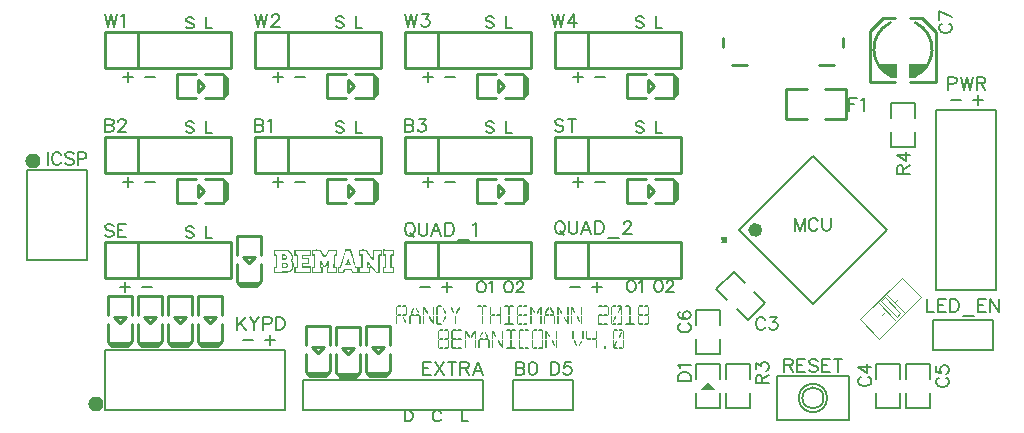
<source format=gto>
G04 ---------------------------- Layer name :TOP SILK LAYER*
G04 EasyEDA v5.8.22, Tue, 08 Jan 2019 20:33:26 GMT*
G04 129acfe98f9248dba87738b5e980386f*
G04 Gerber Generator version 0.2*
G04 Scale: 100 percent, Rotated: No, Reflected: No *
G04 Dimensions in inches *
G04 leading zeros omitted , absolute positions ,2 integer and 4 decimal *
%FSLAX24Y24*%
%MOIN*%
G90*
G70D02*

%ADD10C,0.010000*%
%ADD32C,0.007874*%
%ADD33C,0.008000*%
%ADD34C,0.007870*%
%ADD35C,0.003937*%
%ADD36C,0.004000*%
%ADD37C,0.007992*%
%ADD38C,0.007008*%
%ADD39C,0.007000*%
%ADD40C,0.023622*%
%ADD41C,0.011811*%
%ADD42C,0.005000*%

%LPD*%

%LPD*%
G36*
G01X12531Y5078D02*
G01X12161Y5078D01*
G01X12161Y5278D01*
G01X12235Y5278D01*
G01X12235Y5642D01*
G01X12161Y5642D01*
G01X12161Y5850D01*
G01X12344Y5848D01*
G01X12528Y5846D01*
G01X12530Y5744D01*
G01X12532Y5642D01*
G01X12457Y5642D01*
G01X12457Y5278D01*
G01X12531Y5278D01*
G01X12531Y5078D01*
G37*

%LPC*%
G36*
G01X12198Y5241D02*
G01X12198Y5115D01*
G01X12487Y5115D01*
G01X12487Y5241D01*
G01X12413Y5241D01*
G01X12415Y5462D01*
G01X12417Y5682D01*
G01X12452Y5685D01*
G01X12487Y5687D01*
G01X12487Y5805D01*
G01X12198Y5805D01*
G01X12198Y5686D01*
G01X12272Y5686D01*
G01X12272Y5241D01*
G01X12198Y5241D01*
G37*

%LPD*%
G36*
G01X11724Y5078D02*
G01X11376Y5078D01*
G01X11376Y5278D01*
G01X11450Y5278D01*
G01X11450Y5642D01*
G01X11376Y5642D01*
G01X11376Y5741D01*
G01X11377Y5780D01*
G01X11377Y5812D01*
G01X11379Y5835D01*
G01X11381Y5845D01*
G01X11391Y5846D01*
G01X11415Y5848D01*
G01X11450Y5849D01*
G01X11492Y5850D01*
G01X11542Y5850D01*
G01X11561Y5849D01*
G01X11576Y5848D01*
G01X11589Y5846D01*
G01X11599Y5842D01*
G01X11609Y5835D01*
G01X11619Y5827D01*
G01X11629Y5815D01*
G01X11640Y5801D01*
G01X11654Y5783D01*
G01X11671Y5761D01*
G01X11688Y5738D01*
G01X11703Y5719D01*
G01X11714Y5704D01*
G01X11721Y5696D01*
G01X11728Y5688D01*
G01X11742Y5670D01*
G01X11761Y5645D01*
G01X11784Y5617D01*
G01X11839Y5545D01*
G01X11843Y5696D01*
G01X11846Y5846D01*
G01X12128Y5846D01*
G01X12130Y5744D01*
G01X12132Y5642D01*
G01X12057Y5642D01*
G01X12057Y5078D01*
G01X11989Y5078D01*
G01X11921Y5078D01*
G01X11795Y5237D01*
G01X11770Y5269D01*
G01X11746Y5299D01*
G01X11725Y5326D01*
G01X11706Y5350D01*
G01X11690Y5369D01*
G01X11678Y5384D01*
G01X11671Y5394D01*
G01X11668Y5397D01*
G01X11667Y5392D01*
G01X11666Y5379D01*
G01X11665Y5360D01*
G01X11665Y5337D01*
G01X11665Y5278D01*
G01X11724Y5278D01*
G01X11724Y5078D01*
G37*

%LPC*%
G36*
G01X11413Y5241D02*
G01X11413Y5115D01*
G01X11687Y5115D01*
G01X11687Y5241D01*
G01X11621Y5241D01*
G01X11621Y5378D01*
G01X11621Y5432D01*
G01X11622Y5475D01*
G01X11624Y5505D01*
G01X11626Y5515D01*
G01X11632Y5510D01*
G01X11645Y5495D01*
G01X11663Y5474D01*
G01X11684Y5448D01*
G01X11695Y5433D01*
G01X11707Y5417D01*
G01X11721Y5400D01*
G01X11734Y5382D01*
G01X11748Y5365D01*
G01X11761Y5348D01*
G01X11773Y5333D01*
G01X11784Y5319D01*
G01X11794Y5305D01*
G01X11806Y5290D01*
G01X11820Y5273D01*
G01X11834Y5255D01*
G01X11848Y5237D01*
G01X11862Y5219D01*
G01X11875Y5202D01*
G01X11887Y5186D01*
G01X11943Y5115D01*
G01X11978Y5115D01*
G01X12013Y5115D01*
G01X12015Y5398D01*
G01X12017Y5682D01*
G01X12052Y5685D01*
G01X12087Y5687D01*
G01X12087Y5805D01*
G01X11880Y5805D01*
G01X11876Y5432D01*
G01X11769Y5569D01*
G01X11747Y5597D01*
G01X11726Y5624D01*
G01X11705Y5650D01*
G01X11686Y5675D01*
G01X11669Y5696D01*
G01X11654Y5715D01*
G01X11643Y5729D01*
G01X11635Y5738D01*
G01X11624Y5753D01*
G01X11613Y5767D01*
G01X11604Y5779D01*
G01X11598Y5788D01*
G01X11590Y5798D01*
G01X11576Y5803D01*
G01X11549Y5805D01*
G01X11500Y5805D01*
G01X11413Y5805D01*
G01X11413Y5686D01*
G01X11487Y5686D01*
G01X11487Y5241D01*
G01X11413Y5241D01*
G37*

%LPD*%
G36*
G01X10154Y5078D02*
G01X9806Y5078D01*
G01X9806Y5278D01*
G01X9880Y5278D01*
G01X9880Y5642D01*
G01X9806Y5642D01*
G01X9806Y5741D01*
G01X9806Y5780D01*
G01X9807Y5812D01*
G01X9809Y5835D01*
G01X9811Y5845D01*
G01X9817Y5846D01*
G01X9832Y5847D01*
G01X9855Y5848D01*
G01X9882Y5849D01*
G01X9914Y5849D01*
G01X9947Y5850D01*
G01X9980Y5850D01*
G01X10012Y5849D01*
G01X10041Y5848D01*
G01X10064Y5848D01*
G01X10082Y5846D01*
G01X10090Y5845D01*
G01X10095Y5843D01*
G01X10099Y5840D01*
G01X10101Y5838D01*
G01X10102Y5836D01*
G01X10107Y5825D01*
G01X10119Y5801D01*
G01X10138Y5766D01*
G01X10160Y5725D01*
G01X10188Y5676D01*
G01X10207Y5645D01*
G01X10219Y5630D01*
G01X10226Y5628D01*
G01X10233Y5640D01*
G01X10247Y5665D01*
G01X10266Y5698D01*
G01X10288Y5738D01*
G01X10309Y5778D01*
G01X10328Y5811D01*
G01X10342Y5834D01*
G01X10350Y5844D01*
G01X10364Y5846D01*
G01X10396Y5848D01*
G01X10441Y5848D01*
G01X10495Y5848D01*
G01X10632Y5846D01*
G01X10634Y5744D01*
G01X10636Y5642D01*
G01X10561Y5642D01*
G01X10561Y5278D01*
G01X10635Y5278D01*
G01X10635Y5078D01*
G01X10287Y5078D01*
G01X10287Y5278D01*
G01X10339Y5278D01*
G01X10339Y5350D01*
G01X10339Y5423D01*
G01X10312Y5375D01*
G01X10300Y5353D01*
G01X10287Y5330D01*
G01X10275Y5307D01*
G01X10264Y5289D01*
G01X10253Y5269D01*
G01X10243Y5258D01*
G01X10233Y5253D01*
G01X10220Y5252D01*
G01X10206Y5254D01*
G01X10193Y5263D01*
G01X10177Y5286D01*
G01X10153Y5329D01*
G01X10136Y5359D01*
G01X10122Y5384D01*
G01X10111Y5402D01*
G01X10106Y5410D01*
G01X10105Y5406D01*
G01X10103Y5393D01*
G01X10102Y5372D01*
G01X10102Y5346D01*
G01X10102Y5278D01*
G01X10154Y5278D01*
G01X10154Y5078D01*
G37*

%LPC*%
G36*
G01X9850Y5241D02*
G01X9850Y5115D01*
G01X10113Y5115D01*
G01X10111Y5178D01*
G01X10109Y5241D01*
G01X10058Y5241D01*
G01X10058Y5409D01*
G01X10058Y5444D01*
G01X10058Y5476D01*
G01X10059Y5504D01*
G01X10060Y5528D01*
G01X10060Y5547D01*
G01X10061Y5561D01*
G01X10063Y5569D01*
G01X10064Y5571D01*
G01X10068Y5566D01*
G01X10074Y5555D01*
G01X10083Y5539D01*
G01X10095Y5519D01*
G01X10108Y5496D01*
G01X10122Y5470D01*
G01X10137Y5443D01*
G01X10152Y5416D01*
G01X10167Y5389D01*
G01X10181Y5363D01*
G01X10194Y5340D01*
G01X10204Y5320D01*
G01X10219Y5292D01*
G01X10262Y5368D01*
G01X10290Y5419D01*
G01X10314Y5462D01*
G01X10334Y5498D01*
G01X10350Y5526D01*
G01X10363Y5548D01*
G01X10372Y5563D01*
G01X10378Y5572D01*
G01X10381Y5575D01*
G01X10381Y5571D01*
G01X10382Y5562D01*
G01X10382Y5546D01*
G01X10383Y5526D01*
G01X10383Y5501D01*
G01X10383Y5473D01*
G01X10384Y5442D01*
G01X10384Y5241D01*
G01X10324Y5241D01*
G01X10324Y5115D01*
G01X10591Y5115D01*
G01X10591Y5241D01*
G01X10517Y5241D01*
G01X10519Y5462D01*
G01X10521Y5682D01*
G01X10556Y5685D01*
G01X10591Y5687D01*
G01X10591Y5805D01*
G01X10370Y5805D01*
G01X10331Y5733D01*
G01X10314Y5702D01*
G01X10297Y5671D01*
G01X10282Y5643D01*
G01X10271Y5623D01*
G01X10261Y5607D01*
G01X10252Y5590D01*
G01X10244Y5574D01*
G01X10238Y5562D01*
G01X10232Y5553D01*
G01X10228Y5545D01*
G01X10224Y5540D01*
G01X10221Y5538D01*
G01X10218Y5540D01*
G01X10214Y5545D01*
G01X10209Y5553D01*
G01X10203Y5562D01*
G01X10197Y5574D01*
G01X10188Y5590D01*
G01X10177Y5609D01*
G01X10165Y5631D01*
G01X10152Y5655D01*
G01X10139Y5678D01*
G01X10126Y5702D01*
G01X10114Y5725D01*
G01X10103Y5745D01*
G01X10093Y5763D01*
G01X10086Y5776D01*
G01X10082Y5785D01*
G01X10072Y5805D01*
G01X9850Y5805D01*
G01X9850Y5686D01*
G01X9917Y5686D01*
G01X9917Y5241D01*
G01X9850Y5241D01*
G37*

%LPD*%
G36*
G01X9777Y5078D02*
G01X9213Y5078D01*
G01X9213Y5278D01*
G01X9287Y5278D01*
G01X9287Y5642D01*
G01X9213Y5642D01*
G01X9213Y5741D01*
G01X9214Y5780D01*
G01X9215Y5812D01*
G01X9216Y5835D01*
G01X9218Y5845D01*
G01X9222Y5846D01*
G01X9230Y5846D01*
G01X9242Y5846D01*
G01X9259Y5847D01*
G01X9279Y5848D01*
G01X9302Y5848D01*
G01X9329Y5848D01*
G01X9359Y5848D01*
G01X9391Y5848D01*
G01X9425Y5848D01*
G01X9461Y5848D01*
G01X9498Y5848D01*
G01X9772Y5846D01*
G01X9775Y5740D01*
G01X9777Y5634D01*
G01X9510Y5634D01*
G01X9510Y5567D01*
G01X9710Y5567D01*
G01X9710Y5352D01*
G01X9510Y5352D01*
G01X9510Y5293D01*
G01X9641Y5291D01*
G01X9772Y5289D01*
G01X9775Y5183D01*
G01X9777Y5078D01*
G37*

%LPC*%
G36*
G01X9258Y5241D02*
G01X9258Y5115D01*
G01X9739Y5115D01*
G01X9739Y5248D01*
G01X9472Y5248D01*
G01X9472Y5397D01*
G01X9672Y5397D01*
G01X9672Y5523D01*
G01X9574Y5525D01*
G01X9476Y5527D01*
G01X9474Y5599D01*
G01X9472Y5671D01*
G01X9739Y5671D01*
G01X9739Y5805D01*
G01X9258Y5805D01*
G01X9258Y5687D01*
G01X9293Y5685D01*
G01X9328Y5682D01*
G01X9330Y5462D01*
G01X9332Y5241D01*
G01X9258Y5241D01*
G37*

%LPD*%
G36*
G01X8813Y5078D02*
G01X8532Y5078D01*
G01X8532Y5278D01*
G01X8606Y5278D01*
G01X8606Y5642D01*
G01X8532Y5642D01*
G01X8532Y5741D01*
G01X8532Y5780D01*
G01X8534Y5812D01*
G01X8535Y5835D01*
G01X8538Y5845D01*
G01X8543Y5846D01*
G01X8557Y5847D01*
G01X8578Y5848D01*
G01X8606Y5848D01*
G01X8639Y5849D01*
G01X8676Y5849D01*
G01X8718Y5849D01*
G01X8761Y5848D01*
G01X8980Y5846D01*
G01X9022Y5825D01*
G01X9043Y5814D01*
G01X9063Y5801D01*
G01X9081Y5786D01*
G01X9097Y5771D01*
G01X9113Y5754D01*
G01X9126Y5736D01*
G01X9137Y5717D01*
G01X9147Y5697D01*
G01X9155Y5676D01*
G01X9161Y5654D01*
G01X9165Y5632D01*
G01X9168Y5608D01*
G01X9168Y5582D01*
G01X9167Y5559D01*
G01X9163Y5539D01*
G01X9156Y5519D01*
G01X9142Y5481D01*
G01X9159Y5456D01*
G01X9170Y5438D01*
G01X9179Y5419D01*
G01X9186Y5400D01*
G01X9191Y5380D01*
G01X9195Y5360D01*
G01X9197Y5339D01*
G01X9196Y5318D01*
G01X9194Y5298D01*
G01X9191Y5277D01*
G01X9185Y5256D01*
G01X9178Y5236D01*
G01X9169Y5216D01*
G01X9159Y5197D01*
G01X9147Y5179D01*
G01X9133Y5161D01*
G01X9118Y5145D01*
G01X9106Y5133D01*
G01X9094Y5123D01*
G01X9084Y5115D01*
G01X9073Y5107D01*
G01X9061Y5101D01*
G01X9048Y5095D01*
G01X9035Y5090D01*
G01X9018Y5087D01*
G01X9000Y5084D01*
G01X8978Y5082D01*
G01X8954Y5080D01*
G01X8926Y5079D01*
G01X8893Y5078D01*
G01X8856Y5078D01*
G01X8813Y5078D01*
G37*

%LPC*%
G36*
G01X8576Y5241D02*
G01X8576Y5114D01*
G01X8785Y5116D01*
G01X8852Y5117D01*
G01X8903Y5118D01*
G01X8942Y5119D01*
G01X8971Y5120D01*
G01X8991Y5123D01*
G01X9006Y5126D01*
G01X9019Y5130D01*
G01X9032Y5135D01*
G01X9063Y5152D01*
G01X9088Y5172D01*
G01X9110Y5196D01*
G01X9131Y5226D01*
G01X9141Y5246D01*
G01X9147Y5265D01*
G01X9150Y5288D01*
G01X9150Y5323D01*
G01X9150Y5346D01*
G01X9148Y5367D01*
G01X9144Y5386D01*
G01X9140Y5403D01*
G01X9134Y5418D01*
G01X9126Y5433D01*
G01X9115Y5447D01*
G01X9103Y5461D01*
G01X9095Y5470D01*
G01X9093Y5477D01*
G01X9095Y5486D01*
G01X9102Y5498D01*
G01X9117Y5530D01*
G01X9126Y5565D01*
G01X9128Y5601D01*
G01X9124Y5636D01*
G01X9117Y5663D01*
G01X9108Y5686D01*
G01X9097Y5707D01*
G01X9085Y5726D01*
G01X9070Y5742D01*
G01X9052Y5757D01*
G01X9032Y5771D01*
G01X9010Y5783D01*
G01X8963Y5805D01*
G01X8576Y5805D01*
G01X8576Y5687D01*
G01X8611Y5685D01*
G01X8647Y5682D01*
G01X8649Y5462D01*
G01X8651Y5241D01*
G01X8576Y5241D01*
G37*

%LPD*%
G36*
G01X10812Y5078D02*
G01X10658Y5078D01*
G01X10658Y5278D01*
G01X10731Y5278D01*
G01X10806Y5510D01*
G01X10816Y5542D01*
G01X10827Y5573D01*
G01X10836Y5605D01*
G01X10846Y5635D01*
G01X10856Y5663D01*
G01X10864Y5691D01*
G01X10872Y5716D01*
G01X10880Y5739D01*
G01X10886Y5759D01*
G01X10892Y5776D01*
G01X10896Y5790D01*
G01X10900Y5800D01*
G01X10918Y5857D01*
G01X11093Y5857D01*
G01X11156Y5662D01*
G01X11165Y5635D01*
G01X11174Y5607D01*
G01X11183Y5579D01*
G01X11192Y5551D01*
G01X11201Y5523D01*
G01X11210Y5497D01*
G01X11218Y5471D01*
G01X11226Y5447D01*
G01X11233Y5425D01*
G01X11240Y5405D01*
G01X11246Y5387D01*
G01X11250Y5373D01*
G01X11281Y5278D01*
G01X11354Y5278D01*
G01X11354Y5078D01*
G01X11134Y5078D01*
G01X11119Y5120D01*
G01X11105Y5163D01*
G01X10907Y5163D01*
G01X10894Y5122D01*
G01X10889Y5106D01*
G01X10884Y5092D01*
G01X10881Y5083D01*
G01X10880Y5079D01*
G01X10871Y5078D01*
G01X10847Y5078D01*
G01X10812Y5078D01*
G37*

%LPC*%
G36*
G01X10702Y5240D02*
G01X10702Y5115D01*
G01X10849Y5115D01*
G01X10878Y5207D01*
G01X11002Y5209D01*
G01X11048Y5210D01*
G01X11081Y5210D01*
G01X11105Y5209D01*
G01X11122Y5205D01*
G01X11132Y5199D01*
G01X11139Y5189D01*
G01X11145Y5174D01*
G01X11151Y5153D01*
G01X11163Y5115D01*
G01X11309Y5115D01*
G01X11309Y5241D01*
G01X11281Y5241D01*
G01X11276Y5240D01*
G01X11272Y5240D01*
G01X11268Y5240D01*
G01X11264Y5239D01*
G01X11261Y5240D01*
G01X11258Y5242D01*
G01X11255Y5245D01*
G01X11251Y5251D01*
G01X11247Y5258D01*
G01X11243Y5268D01*
G01X11238Y5281D01*
G01X11232Y5297D01*
G01X11225Y5317D01*
G01X11217Y5342D01*
G01X11207Y5370D01*
G01X11196Y5403D01*
G01X11184Y5442D01*
G01X11170Y5486D01*
G01X11153Y5536D01*
G01X11135Y5592D01*
G01X11064Y5813D01*
G01X10947Y5813D01*
G01X10883Y5614D01*
G01X10875Y5586D01*
G01X10865Y5558D01*
G01X10847Y5502D01*
G01X10839Y5475D01*
G01X10830Y5448D01*
G01X10822Y5423D01*
G01X10814Y5400D01*
G01X10807Y5379D01*
G01X10801Y5360D01*
G01X10796Y5343D01*
G01X10792Y5330D01*
G01X10764Y5244D01*
G01X10733Y5242D01*
G01X10702Y5240D01*
G37*

%LPD*%
G36*
G01X8862Y5233D02*
G01X8791Y5233D01*
G01X8791Y5411D01*
G01X8948Y5411D01*
G01X8973Y5386D01*
G01X8986Y5372D01*
G01X8994Y5359D01*
G01X8998Y5344D01*
G01X8998Y5325D01*
G01X8997Y5301D01*
G01X8992Y5281D01*
G01X8983Y5265D01*
G01X8969Y5253D01*
G01X8951Y5244D01*
G01X8927Y5238D01*
G01X8898Y5234D01*
G01X8862Y5233D01*
G37*

%LPC*%
G36*
G01X8828Y5321D02*
G01X8828Y5278D01*
G01X8882Y5278D01*
G01X8910Y5278D01*
G01X8928Y5281D01*
G01X8941Y5285D01*
G01X8949Y5292D01*
G01X8959Y5308D01*
G01X8961Y5326D01*
G01X8955Y5344D01*
G01X8942Y5359D01*
G01X8931Y5366D01*
G01X8918Y5371D01*
G01X8901Y5374D01*
G01X8880Y5375D01*
G01X8864Y5374D01*
G01X8849Y5373D01*
G01X8838Y5371D01*
G01X8833Y5369D01*
G01X8831Y5364D01*
G01X8830Y5353D01*
G01X8828Y5338D01*
G01X8828Y5321D01*
G37*

%LPD*%
G36*
G01X11094Y5323D02*
G01X10918Y5323D01*
G01X10960Y5448D01*
G01X10977Y5498D01*
G01X10991Y5538D01*
G01X11001Y5565D01*
G01X11006Y5575D01*
G01X11009Y5571D01*
G01X11014Y5559D01*
G01X11021Y5542D01*
G01X11028Y5521D01*
G01X11036Y5494D01*
G01X11047Y5462D01*
G01X11059Y5427D01*
G01X11069Y5395D01*
G01X11094Y5323D01*
G37*

%LPC*%
G36*
G01X10982Y5368D02*
G01X10989Y5367D01*
G01X10997Y5368D01*
G01X11008Y5368D01*
G01X11033Y5371D01*
G01X11021Y5411D01*
G01X11015Y5426D01*
G01X11010Y5437D01*
G01X11006Y5444D01*
G01X11004Y5444D01*
G01X10996Y5427D01*
G01X10988Y5403D01*
G01X10981Y5380D01*
G01X10979Y5369D01*
G01X10982Y5368D01*
G37*

%LPD*%
G36*
G01X8847Y5508D02*
G01X8791Y5508D01*
G01X8791Y5686D01*
G01X8851Y5686D01*
G01X8896Y5684D01*
G01X8928Y5676D01*
G01X8950Y5660D01*
G01X8966Y5636D01*
G01X8973Y5611D01*
G01X8974Y5586D01*
G01X8968Y5563D01*
G01X8956Y5544D01*
G01X8937Y5527D01*
G01X8914Y5516D01*
G01X8885Y5510D01*
G01X8847Y5508D01*
G37*

%LPC*%
G36*
G01X8828Y5649D02*
G01X8828Y5553D01*
G01X8868Y5553D01*
G01X8897Y5555D01*
G01X8917Y5563D01*
G01X8928Y5578D01*
G01X8932Y5598D01*
G01X8931Y5612D01*
G01X8926Y5623D01*
G01X8918Y5632D01*
G01X8905Y5641D01*
G01X8896Y5644D01*
G01X8884Y5647D01*
G01X8871Y5648D01*
G01X8858Y5649D01*
G01X8828Y5649D01*
G37*

%LPD*%
G54D10*
G01X23500Y12900D02*
G01X23500Y12600D01*
G01X27500Y12900D02*
G01X27500Y12600D01*
G01X26700Y12000D02*
G01X27200Y12000D01*
G01X24300Y12000D02*
G01X23800Y12000D01*
G54D32*
G01X26500Y8977D02*
G01X28977Y6500D01*
G01X26500Y4022D01*
G01X24022Y6500D01*
G01X26500Y8977D01*
G54D10*
G01X26300Y11200D02*
G01X25600Y11200D01*
G01X25600Y10200D01*
G01X26300Y10200D01*
G01X26900Y10200D02*
G01X27600Y10200D01*
G01X27600Y11200D01*
G01X26900Y11200D01*
G01X2900Y13100D02*
G01X7100Y13100D01*
G01X7100Y11900D01*
G01X2900Y11900D01*
G01X2900Y13100D01*
G01X4000Y13100D02*
G01X4000Y11900D01*
G01X7900Y13100D02*
G01X12100Y13100D01*
G01X12100Y11900D01*
G01X7900Y11900D01*
G01X7900Y13100D01*
G01X9000Y13100D02*
G01X9000Y11900D01*
G01X12900Y13100D02*
G01X17100Y13100D01*
G01X17100Y11900D01*
G01X12900Y11900D01*
G01X12900Y13100D01*
G01X14000Y13100D02*
G01X14000Y11900D01*
G01X17900Y13100D02*
G01X22100Y13100D01*
G01X22100Y11900D01*
G01X17900Y11900D01*
G01X17900Y13100D01*
G01X19000Y13100D02*
G01X19000Y11900D01*
G01X7900Y9600D02*
G01X12100Y9600D01*
G01X12100Y8400D01*
G01X7900Y8400D01*
G01X7900Y9600D01*
G01X9000Y9600D02*
G01X9000Y8400D01*
G01X2900Y9600D02*
G01X7100Y9600D01*
G01X7100Y8400D01*
G01X2900Y8400D01*
G01X2900Y9600D01*
G01X4000Y9600D02*
G01X4000Y8400D01*
G01X12900Y9600D02*
G01X17100Y9600D01*
G01X17100Y8400D01*
G01X12900Y8400D01*
G01X12900Y9600D01*
G01X14000Y9600D02*
G01X14000Y8400D01*
G01X17900Y9600D02*
G01X22100Y9600D01*
G01X22100Y8400D01*
G01X17900Y8400D01*
G01X17900Y9600D01*
G01X19000Y9600D02*
G01X19000Y8400D01*
G01X2900Y6100D02*
G01X7100Y6100D01*
G01X7100Y4900D01*
G01X2900Y4900D01*
G01X2900Y6100D01*
G01X4000Y6100D02*
G01X4000Y4900D01*
G01X12900Y6100D02*
G01X17100Y6100D01*
G01X17100Y4900D01*
G01X12900Y4900D01*
G01X12900Y6100D01*
G01X14000Y6100D02*
G01X14000Y4900D01*
G54D33*
G01X32600Y10500D02*
G01X32600Y4500D01*
G01X30600Y4500D01*
G01X30600Y10500D01*
G01X32600Y10500D01*
G54D10*
G01X17900Y6100D02*
G01X22100Y6100D01*
G01X22100Y4900D01*
G01X17900Y4900D01*
G01X17900Y6100D01*
G01X19000Y6100D02*
G01X19000Y4900D01*
G01X3800Y3674D02*
G01X3800Y4284D01*
G01X3000Y4284D01*
G01X3000Y3674D01*
G01X3810Y3364D02*
G01X3810Y2784D01*
G01X3650Y2624D01*
G01X3150Y2624D01*
G01X3000Y2774D01*
G01X3000Y3374D01*
G01X3597Y3585D02*
G01X3203Y3585D01*
G01X3203Y3585D01*
G01X3400Y3388D01*
G01X3400Y3388D01*
G01X3597Y3585D01*
G01X3715Y2719D02*
G01X3085Y2719D01*
G01X4800Y3674D02*
G01X4800Y4284D01*
G01X4000Y4284D01*
G01X4000Y3674D01*
G01X4810Y3364D02*
G01X4810Y2784D01*
G01X4650Y2624D01*
G01X4150Y2624D01*
G01X4000Y2774D01*
G01X4000Y3374D01*
G01X4597Y3585D02*
G01X4203Y3585D01*
G01X4203Y3585D01*
G01X4400Y3388D01*
G01X4400Y3388D01*
G01X4597Y3585D01*
G01X4715Y2719D02*
G01X4085Y2719D01*
G01X5800Y3674D02*
G01X5800Y4284D01*
G01X5000Y4284D01*
G01X5000Y3674D01*
G01X5810Y3364D02*
G01X5810Y2784D01*
G01X5650Y2624D01*
G01X5150Y2624D01*
G01X5000Y2774D01*
G01X5000Y3374D01*
G01X5597Y3585D02*
G01X5203Y3585D01*
G01X5203Y3585D01*
G01X5400Y3388D01*
G01X5400Y3388D01*
G01X5597Y3585D01*
G01X5715Y2719D02*
G01X5085Y2719D01*
G01X6800Y3674D02*
G01X6800Y4284D01*
G01X6000Y4284D01*
G01X6000Y3674D01*
G01X6810Y3364D02*
G01X6810Y2784D01*
G01X6650Y2624D01*
G01X6150Y2624D01*
G01X6000Y2774D01*
G01X6000Y3374D01*
G01X6597Y3585D02*
G01X6203Y3585D01*
G01X6203Y3585D01*
G01X6400Y3388D01*
G01X6400Y3388D01*
G01X6597Y3585D01*
G01X6715Y2719D02*
G01X6085Y2719D01*
G01X10400Y2674D02*
G01X10400Y3284D01*
G01X9600Y3284D01*
G01X9600Y2674D01*
G01X10410Y2364D02*
G01X10410Y1784D01*
G01X10250Y1624D01*
G01X9750Y1624D01*
G01X9600Y1774D01*
G01X9600Y2374D01*
G01X10197Y2585D02*
G01X9803Y2585D01*
G01X9803Y2585D01*
G01X10000Y2388D01*
G01X10000Y2388D01*
G01X10197Y2585D01*
G01X10315Y1719D02*
G01X9685Y1719D01*
G01X11401Y2661D02*
G01X11401Y3271D01*
G01X10601Y3271D01*
G01X10601Y2661D01*
G01X11410Y2351D02*
G01X11410Y1771D01*
G01X11251Y1611D01*
G01X10751Y1611D01*
G01X10601Y1761D01*
G01X10601Y2361D01*
G01X11197Y2571D02*
G01X10803Y2571D01*
G01X10803Y2571D01*
G01X11001Y2375D01*
G01X11001Y2375D01*
G01X11197Y2571D01*
G01X11315Y1705D02*
G01X10685Y1705D01*
G01X12400Y2674D02*
G01X12400Y3284D01*
G01X11600Y3284D01*
G01X11600Y2674D01*
G01X12410Y2364D02*
G01X12410Y1784D01*
G01X12250Y1624D01*
G01X11750Y1624D01*
G01X11600Y1774D01*
G01X11600Y2374D01*
G01X12197Y2585D02*
G01X11803Y2585D01*
G01X11803Y2585D01*
G01X12000Y2388D01*
G01X12000Y2388D01*
G01X12197Y2585D01*
G01X12315Y1719D02*
G01X11685Y1719D01*
G01X8100Y5674D02*
G01X8100Y6284D01*
G01X7300Y6284D01*
G01X7300Y5674D01*
G01X8110Y5364D02*
G01X8110Y4784D01*
G01X7950Y4624D01*
G01X7450Y4624D01*
G01X7300Y4774D01*
G01X7300Y5374D01*
G01X7897Y5585D02*
G01X7503Y5585D01*
G01X7503Y5585D01*
G01X7700Y5388D01*
G01X7700Y5388D01*
G01X7897Y5585D01*
G01X8015Y4719D02*
G01X7385Y4719D01*
G01X20925Y8200D02*
G01X20315Y8200D01*
G01X20315Y7400D01*
G01X20925Y7400D01*
G01X21235Y8210D02*
G01X21815Y8210D01*
G01X21975Y8050D01*
G01X21975Y7550D01*
G01X21825Y7400D01*
G01X21225Y7400D01*
G01X21014Y7997D02*
G01X21014Y7603D01*
G01X21014Y7603D01*
G01X21211Y7800D01*
G01X21211Y7800D01*
G01X21014Y7997D01*
G01X21880Y8115D02*
G01X21880Y7485D01*
G01X15925Y8200D02*
G01X15315Y8200D01*
G01X15315Y7400D01*
G01X15925Y7400D01*
G01X16235Y8210D02*
G01X16815Y8210D01*
G01X16975Y8050D01*
G01X16975Y7550D01*
G01X16825Y7400D01*
G01X16225Y7400D01*
G01X16014Y7997D02*
G01X16014Y7603D01*
G01X16014Y7603D01*
G01X16211Y7800D01*
G01X16211Y7800D01*
G01X16014Y7997D01*
G01X16880Y8115D02*
G01X16880Y7485D01*
G01X5925Y8200D02*
G01X5315Y8200D01*
G01X5315Y7400D01*
G01X5925Y7400D01*
G01X6235Y8210D02*
G01X6815Y8210D01*
G01X6975Y8050D01*
G01X6975Y7550D01*
G01X6825Y7400D01*
G01X6225Y7400D01*
G01X6014Y7997D02*
G01X6014Y7603D01*
G01X6014Y7603D01*
G01X6211Y7800D01*
G01X6211Y7800D01*
G01X6014Y7997D01*
G01X6880Y8115D02*
G01X6880Y7485D01*
G01X10925Y8200D02*
G01X10315Y8200D01*
G01X10315Y7400D01*
G01X10925Y7400D01*
G01X11235Y8210D02*
G01X11815Y8210D01*
G01X11975Y8050D01*
G01X11975Y7550D01*
G01X11825Y7400D01*
G01X11225Y7400D01*
G01X11014Y7997D02*
G01X11014Y7603D01*
G01X11014Y7603D01*
G01X11211Y7800D01*
G01X11211Y7800D01*
G01X11014Y7997D01*
G01X11880Y8115D02*
G01X11880Y7485D01*
G01X20925Y11700D02*
G01X20315Y11700D01*
G01X20315Y10900D01*
G01X20925Y10900D01*
G01X21235Y11710D02*
G01X21815Y11710D01*
G01X21975Y11550D01*
G01X21975Y11050D01*
G01X21825Y10900D01*
G01X21225Y10900D01*
G01X21014Y11497D02*
G01X21014Y11103D01*
G01X21014Y11103D01*
G01X21211Y11300D01*
G01X21211Y11300D01*
G01X21014Y11497D01*
G01X21880Y11615D02*
G01X21880Y10985D01*
G01X15925Y11700D02*
G01X15315Y11700D01*
G01X15315Y10900D01*
G01X15925Y10900D01*
G01X16235Y11710D02*
G01X16815Y11710D01*
G01X16975Y11550D01*
G01X16975Y11050D01*
G01X16825Y10900D01*
G01X16225Y10900D01*
G01X16014Y11497D02*
G01X16014Y11103D01*
G01X16014Y11103D01*
G01X16211Y11300D01*
G01X16211Y11300D01*
G01X16014Y11497D01*
G01X16880Y11615D02*
G01X16880Y10985D01*
G01X10925Y11700D02*
G01X10315Y11700D01*
G01X10315Y10900D01*
G01X10925Y10900D01*
G01X11235Y11710D02*
G01X11815Y11710D01*
G01X11975Y11550D01*
G01X11975Y11050D01*
G01X11825Y10900D01*
G01X11225Y10900D01*
G01X11014Y11497D02*
G01X11014Y11103D01*
G01X11014Y11103D01*
G01X11211Y11300D01*
G01X11211Y11300D01*
G01X11014Y11497D01*
G01X11880Y11615D02*
G01X11880Y10985D01*
G01X5925Y11700D02*
G01X5315Y11700D01*
G01X5315Y10900D01*
G01X5925Y10900D01*
G01X6235Y11710D02*
G01X6815Y11710D01*
G01X6975Y11550D01*
G01X6975Y11050D01*
G01X6825Y10900D01*
G01X6225Y10900D01*
G01X6014Y11497D02*
G01X6014Y11103D01*
G01X6014Y11103D01*
G01X6211Y11300D01*
G01X6211Y11300D01*
G01X6014Y11497D01*
G01X6880Y11615D02*
G01X6880Y10985D01*
G54D34*
G01X24407Y1518D02*
G01X24407Y2038D01*
G01X23592Y2038D01*
G01X23592Y1518D01*
G01X24407Y1072D02*
G01X24407Y553D01*
G01X23592Y553D01*
G01X23592Y1072D01*
G01X23407Y1518D02*
G01X23407Y2038D01*
G01X22592Y2038D01*
G01X22592Y1518D01*
G01X23407Y1072D02*
G01X23407Y553D01*
G01X22592Y553D01*
G01X22592Y1072D01*
G01X23966Y3857D02*
G01X24333Y3490D01*
G01X24910Y4066D01*
G01X24542Y4433D01*
G01X23651Y4172D02*
G01X23283Y4540D01*
G01X23860Y5116D01*
G01X24227Y4748D01*
G01X29092Y9781D02*
G01X29092Y9261D01*
G01X29907Y9261D01*
G01X29907Y9781D01*
G01X29092Y10227D02*
G01X29092Y10746D01*
G01X29907Y10746D01*
G01X29907Y10227D01*
G01X28592Y1081D02*
G01X28592Y561D01*
G01X29407Y561D01*
G01X29407Y1081D01*
G01X28592Y1527D02*
G01X28592Y2046D01*
G01X29407Y2046D01*
G01X29407Y1527D01*
G01X29592Y1081D02*
G01X29592Y561D01*
G01X30407Y561D01*
G01X30407Y1081D01*
G01X29592Y1527D02*
G01X29592Y2046D01*
G01X30407Y2046D01*
G01X30407Y1527D01*
G01X23406Y3317D02*
G01X23406Y3838D01*
G01X22592Y3838D01*
G01X22592Y3317D01*
G01X23406Y2873D02*
G01X23406Y2353D01*
G01X22592Y2353D01*
G01X22592Y2873D01*
G54D10*
G01X29750Y11425D02*
G01X30600Y11425D01*
G01X30600Y13100D01*
G01X30125Y13575D01*
G01X29750Y13575D01*
G01X29250Y11425D02*
G01X28400Y11425D01*
G01X28400Y13125D01*
G01X28850Y13575D01*
G01X29250Y13575D01*
G54D35*
G01X28806Y3667D02*
G01X28917Y3778D01*
G01X28666Y4084D02*
G01X29251Y3499D01*
G01X28778Y4140D02*
G01X29307Y3611D01*
G01X29418Y3722D01*
G01X28889Y4251D01*
G01X28778Y4140D01*
G01X28945Y4363D02*
G01X29529Y3778D01*
G01X29251Y4112D02*
G01X29335Y4195D01*
G54D36*
G01X28718Y2882D02*
G01X30109Y4274D01*
G01X29469Y4915D02*
G01X28076Y3523D01*
G01X29469Y4914D02*
G01X30109Y4274D01*
G01X28078Y3522D02*
G01X28718Y2882D01*
G54D33*
G01X32500Y3500D02*
G01X32500Y2500D01*
G01X30500Y2500D01*
G01X30500Y3500D01*
G01X31250Y3500D01*
G54D37*
G01X32500Y3500D02*
G01X31250Y3500D01*
G54D33*
G01X2900Y2500D02*
G01X8900Y2500D01*
G01X8900Y500D01*
G01X2900Y500D01*
G01X2900Y2500D01*
G54D38*
G01X25300Y171D02*
G01X25300Y1630D01*
G01X27700Y180D02*
G01X27700Y1619D01*
G01X27700Y1628D02*
G01X25299Y1628D01*
G54D39*
G01X25299Y171D02*
G01X27700Y171D01*
G54D33*
G01X300Y5500D02*
G01X2300Y5500D01*
G01X2300Y8500D01*
G01X300Y8500D01*
G01X300Y5500D01*
G01X300Y7417D01*
G01X18500Y1500D02*
G01X18500Y500D01*
G01X16500Y500D01*
G01X16500Y1500D01*
G01X17250Y1500D01*
G54D37*
G01X18500Y1500D02*
G01X17250Y1500D01*
G54D33*
G01X10250Y1500D02*
G01X9500Y1500D01*
G01X9500Y500D01*
G01X15500Y500D01*
G01X15500Y1500D01*
G54D37*
G01X15500Y1500D02*
G01X10250Y1500D01*
G54D39*
G01X25900Y6900D02*
G01X25900Y6471D01*
G01X25900Y6900D02*
G01X26064Y6471D01*
G01X26227Y6900D02*
G01X26064Y6471D01*
G01X26227Y6900D02*
G01X26227Y6471D01*
G01X26669Y6798D02*
G01X26649Y6838D01*
G01X26608Y6880D01*
G01X26567Y6900D01*
G01X26485Y6900D01*
G01X26444Y6880D01*
G01X26403Y6838D01*
G01X26383Y6798D01*
G01X26362Y6736D01*
G01X26362Y6634D01*
G01X26383Y6573D01*
G01X26403Y6532D01*
G01X26444Y6490D01*
G01X26485Y6471D01*
G01X26567Y6471D01*
G01X26608Y6490D01*
G01X26649Y6532D01*
G01X26669Y6573D01*
G01X26804Y6900D02*
G01X26804Y6594D01*
G01X26825Y6532D01*
G01X26865Y6490D01*
G01X26927Y6471D01*
G01X26968Y6471D01*
G01X27029Y6490D01*
G01X27070Y6532D01*
G01X27090Y6594D01*
G01X27090Y6900D01*
G01X27700Y10900D02*
G01X27700Y10471D01*
G01X27700Y10900D02*
G01X27965Y10900D01*
G01X27700Y10696D02*
G01X27864Y10696D01*
G01X28101Y10819D02*
G01X28142Y10838D01*
G01X28202Y10900D01*
G01X28202Y10471D01*
G54D42*
G01X2900Y13700D02*
G01X3001Y13271D01*
G01X3105Y13700D02*
G01X3001Y13271D01*
G01X3105Y13700D02*
G01X3207Y13271D01*
G01X3309Y13700D02*
G01X3207Y13271D01*
G01X3444Y13619D02*
G01X3484Y13638D01*
G01X3546Y13700D01*
G01X3546Y13271D01*
G01X7900Y13700D02*
G01X8002Y13271D01*
G01X8105Y13700D02*
G01X8002Y13271D01*
G01X8105Y13700D02*
G01X8206Y13271D01*
G01X8309Y13700D02*
G01X8206Y13271D01*
G01X8464Y13598D02*
G01X8464Y13619D01*
G01X8485Y13659D01*
G01X8505Y13680D01*
G01X8546Y13700D01*
G01X8627Y13700D01*
G01X8668Y13680D01*
G01X8689Y13659D01*
G01X8710Y13619D01*
G01X8710Y13578D01*
G01X8689Y13536D01*
G01X8648Y13475D01*
G01X8443Y13271D01*
G01X8730Y13271D01*
G01X12900Y13700D02*
G01X13002Y13271D01*
G01X13105Y13700D02*
G01X13002Y13271D01*
G01X13105Y13700D02*
G01X13206Y13271D01*
G01X13309Y13700D02*
G01X13206Y13271D01*
G01X13485Y13700D02*
G01X13710Y13700D01*
G01X13586Y13536D01*
G01X13648Y13536D01*
G01X13689Y13515D01*
G01X13710Y13496D01*
G01X13730Y13434D01*
G01X13730Y13394D01*
G01X13710Y13332D01*
G01X13668Y13290D01*
G01X13607Y13271D01*
G01X13546Y13271D01*
G01X13485Y13290D01*
G01X13464Y13311D01*
G01X13443Y13353D01*
G01X17800Y13700D02*
G01X17902Y13271D01*
G01X18005Y13700D02*
G01X17902Y13271D01*
G01X18005Y13700D02*
G01X18106Y13271D01*
G01X18209Y13700D02*
G01X18106Y13271D01*
G01X18548Y13700D02*
G01X18343Y13413D01*
G01X18651Y13413D01*
G01X18548Y13700D02*
G01X18548Y13271D01*
G01X7900Y10200D02*
G01X7900Y9771D01*
G01X7900Y10200D02*
G01X8084Y10200D01*
G01X8144Y10180D01*
G01X8165Y10159D01*
G01X8185Y10119D01*
G01X8185Y10078D01*
G01X8165Y10036D01*
G01X8144Y10015D01*
G01X8084Y9996D01*
G01X7900Y9996D02*
G01X8084Y9996D01*
G01X8144Y9975D01*
G01X8165Y9955D01*
G01X8185Y9913D01*
G01X8185Y9853D01*
G01X8165Y9811D01*
G01X8144Y9790D01*
G01X8084Y9771D01*
G01X7900Y9771D01*
G01X8321Y10119D02*
G01X8361Y10138D01*
G01X8423Y10200D01*
G01X8423Y9771D01*
G01X2900Y10200D02*
G01X2900Y9771D01*
G01X2900Y10200D02*
G01X3084Y10200D01*
G01X3144Y10180D01*
G01X3165Y10159D01*
G01X3186Y10119D01*
G01X3186Y10078D01*
G01X3165Y10036D01*
G01X3144Y10015D01*
G01X3084Y9996D01*
G01X2900Y9996D02*
G01X3084Y9996D01*
G01X3144Y9975D01*
G01X3165Y9955D01*
G01X3186Y9913D01*
G01X3186Y9853D01*
G01X3165Y9811D01*
G01X3144Y9790D01*
G01X3084Y9771D01*
G01X2900Y9771D01*
G01X3342Y10098D02*
G01X3342Y10119D01*
G01X3361Y10159D01*
G01X3382Y10180D01*
G01X3423Y10200D01*
G01X3505Y10200D01*
G01X3546Y10180D01*
G01X3567Y10159D01*
G01X3586Y10119D01*
G01X3586Y10078D01*
G01X3567Y10036D01*
G01X3526Y9975D01*
G01X3321Y9771D01*
G01X3607Y9771D01*
G01X12900Y10200D02*
G01X12900Y9771D01*
G01X12900Y10200D02*
G01X13084Y10200D01*
G01X13144Y10180D01*
G01X13165Y10159D01*
G01X13185Y10119D01*
G01X13185Y10078D01*
G01X13165Y10036D01*
G01X13144Y10015D01*
G01X13084Y9996D01*
G01X12900Y9996D02*
G01X13084Y9996D01*
G01X13144Y9975D01*
G01X13165Y9955D01*
G01X13185Y9913D01*
G01X13185Y9853D01*
G01X13165Y9811D01*
G01X13144Y9790D01*
G01X13084Y9771D01*
G01X12900Y9771D01*
G01X13361Y10200D02*
G01X13586Y10200D01*
G01X13464Y10036D01*
G01X13526Y10036D01*
G01X13567Y10015D01*
G01X13586Y9996D01*
G01X13607Y9934D01*
G01X13607Y9894D01*
G01X13586Y9832D01*
G01X13546Y9790D01*
G01X13485Y9771D01*
G01X13423Y9771D01*
G01X13361Y9790D01*
G01X13342Y9811D01*
G01X13321Y9853D01*
G01X18185Y10138D02*
G01X18144Y10180D01*
G01X18084Y10200D01*
G01X18002Y10200D01*
G01X17940Y10180D01*
G01X17900Y10138D01*
G01X17900Y10098D01*
G01X17919Y10057D01*
G01X17940Y10036D01*
G01X17981Y10015D01*
G01X18105Y9975D01*
G01X18144Y9955D01*
G01X18165Y9934D01*
G01X18185Y9894D01*
G01X18185Y9832D01*
G01X18144Y9790D01*
G01X18084Y9771D01*
G01X18002Y9771D01*
G01X17940Y9790D01*
G01X17900Y9832D01*
G01X18464Y10200D02*
G01X18464Y9771D01*
G01X18321Y10200D02*
G01X18607Y10200D01*
G01X3186Y6638D02*
G01X3144Y6680D01*
G01X3084Y6700D01*
G01X3001Y6700D01*
G01X2940Y6680D01*
G01X2900Y6638D01*
G01X2900Y6598D01*
G01X2919Y6557D01*
G01X2940Y6536D01*
G01X2982Y6515D01*
G01X3105Y6475D01*
G01X3144Y6455D01*
G01X3165Y6434D01*
G01X3186Y6394D01*
G01X3186Y6332D01*
G01X3144Y6290D01*
G01X3084Y6271D01*
G01X3001Y6271D01*
G01X2940Y6290D01*
G01X2900Y6332D01*
G01X3321Y6700D02*
G01X3321Y6271D01*
G01X3321Y6700D02*
G01X3586Y6700D01*
G01X3321Y6496D02*
G01X3484Y6496D01*
G01X3321Y6271D02*
G01X3586Y6271D01*
G01X13022Y6744D02*
G01X12981Y6725D01*
G01X12940Y6684D01*
G01X12919Y6642D01*
G01X12900Y6582D01*
G01X12900Y6480D01*
G01X12919Y6417D01*
G01X12940Y6376D01*
G01X12981Y6336D01*
G01X13022Y6315D01*
G01X13105Y6315D01*
G01X13144Y6336D01*
G01X13185Y6376D01*
G01X13206Y6417D01*
G01X13227Y6480D01*
G01X13227Y6582D01*
G01X13206Y6642D01*
G01X13185Y6684D01*
G01X13144Y6725D01*
G01X13105Y6744D01*
G01X13022Y6744D01*
G01X13084Y6398D02*
G01X13206Y6275D01*
G01X13361Y6744D02*
G01X13361Y6438D01*
G01X13382Y6376D01*
G01X13423Y6336D01*
G01X13485Y6315D01*
G01X13526Y6315D01*
G01X13586Y6336D01*
G01X13627Y6376D01*
G01X13648Y6438D01*
G01X13648Y6744D01*
G01X13947Y6744D02*
G01X13784Y6315D01*
G01X13947Y6744D02*
G01X14110Y6315D01*
G01X13844Y6459D02*
G01X14050Y6459D01*
G01X14246Y6744D02*
G01X14246Y6315D01*
G01X14246Y6744D02*
G01X14389Y6744D01*
G01X14450Y6725D01*
G01X14490Y6684D01*
G01X14511Y6642D01*
G01X14531Y6582D01*
G01X14531Y6480D01*
G01X14511Y6417D01*
G01X14490Y6376D01*
G01X14450Y6336D01*
G01X14389Y6315D01*
G01X14246Y6315D01*
G01X14667Y6173D02*
G01X15035Y6173D01*
G01X15169Y6663D02*
G01X15210Y6684D01*
G01X15272Y6744D01*
G01X15272Y6315D01*
G01X31000Y11600D02*
G01X31000Y11171D01*
G01X31000Y11600D02*
G01X31184Y11600D01*
G01X31245Y11580D01*
G01X31266Y11559D01*
G01X31286Y11519D01*
G01X31286Y11457D01*
G01X31266Y11415D01*
G01X31245Y11396D01*
G01X31184Y11375D01*
G01X31000Y11375D01*
G01X31421Y11600D02*
G01X31524Y11171D01*
G01X31626Y11600D02*
G01X31524Y11171D01*
G01X31626Y11600D02*
G01X31728Y11171D01*
G01X31830Y11600D02*
G01X31728Y11171D01*
G01X31965Y11600D02*
G01X31965Y11171D01*
G01X31965Y11600D02*
G01X32150Y11600D01*
G01X32211Y11580D01*
G01X32231Y11559D01*
G01X32252Y11519D01*
G01X32252Y11478D01*
G01X32231Y11436D01*
G01X32211Y11415D01*
G01X32150Y11396D01*
G01X31965Y11396D01*
G01X32109Y11396D02*
G01X32252Y11171D01*
G01X18022Y6800D02*
G01X17981Y6780D01*
G01X17940Y6738D01*
G01X17919Y6698D01*
G01X17900Y6636D01*
G01X17900Y6534D01*
G01X17919Y6473D01*
G01X17940Y6432D01*
G01X17981Y6390D01*
G01X18022Y6371D01*
G01X18105Y6371D01*
G01X18144Y6390D01*
G01X18185Y6432D01*
G01X18206Y6473D01*
G01X18227Y6534D01*
G01X18227Y6636D01*
G01X18206Y6698D01*
G01X18185Y6738D01*
G01X18144Y6780D01*
G01X18105Y6800D01*
G01X18022Y6800D01*
G01X18084Y6453D02*
G01X18206Y6330D01*
G01X18361Y6800D02*
G01X18361Y6494D01*
G01X18382Y6432D01*
G01X18423Y6390D01*
G01X18485Y6371D01*
G01X18526Y6371D01*
G01X18586Y6390D01*
G01X18627Y6432D01*
G01X18648Y6494D01*
G01X18648Y6800D01*
G01X18947Y6800D02*
G01X18784Y6371D01*
G01X18947Y6800D02*
G01X19110Y6371D01*
G01X18844Y6513D02*
G01X19050Y6513D01*
G01X19246Y6800D02*
G01X19246Y6371D01*
G01X19246Y6800D02*
G01X19389Y6800D01*
G01X19450Y6780D01*
G01X19490Y6738D01*
G01X19511Y6698D01*
G01X19531Y6636D01*
G01X19531Y6534D01*
G01X19511Y6473D01*
G01X19490Y6432D01*
G01X19450Y6390D01*
G01X19389Y6371D01*
G01X19246Y6371D01*
G01X19667Y6228D02*
G01X20035Y6228D01*
G01X20190Y6698D02*
G01X20190Y6719D01*
G01X20210Y6759D01*
G01X20231Y6780D01*
G01X20272Y6800D01*
G01X20355Y6800D01*
G01X20394Y6780D01*
G01X20415Y6759D01*
G01X20435Y6719D01*
G01X20435Y6678D01*
G01X20415Y6636D01*
G01X20375Y6575D01*
G01X20169Y6371D01*
G01X20456Y6371D01*
G54D39*
G01X24599Y1391D02*
G01X25028Y1391D01*
G01X24599Y1391D02*
G01X24599Y1575D01*
G01X24619Y1636D01*
G01X24639Y1657D01*
G01X24680Y1677D01*
G01X24721Y1677D01*
G01X24762Y1657D01*
G01X24783Y1636D01*
G01X24803Y1575D01*
G01X24803Y1391D01*
G01X24803Y1534D02*
G01X25028Y1677D01*
G01X24599Y1853D02*
G01X24599Y2078D01*
G01X24762Y1956D01*
G01X24762Y2017D01*
G01X24783Y2058D01*
G01X24803Y2078D01*
G01X24864Y2099D01*
G01X24905Y2099D01*
G01X24967Y2078D01*
G01X25008Y2037D01*
G01X25028Y1976D01*
G01X25028Y1915D01*
G01X25008Y1853D01*
G01X24987Y1833D01*
G01X24946Y1812D01*
G01X21999Y1476D02*
G01X22428Y1476D01*
G01X21999Y1476D02*
G01X21999Y1619D01*
G01X22019Y1680D01*
G01X22060Y1721D01*
G01X22101Y1742D01*
G01X22162Y1761D01*
G01X22264Y1761D01*
G01X22326Y1742D01*
G01X22367Y1721D01*
G01X22408Y1680D01*
G01X22428Y1619D01*
G01X22428Y1476D01*
G01X22080Y1896D02*
G01X22060Y1938D01*
G01X21999Y2000D01*
G01X22428Y2000D01*
G01X24907Y3498D02*
G01X24886Y3539D01*
G01X24845Y3580D01*
G01X24805Y3600D01*
G01X24723Y3600D01*
G01X24682Y3580D01*
G01X24641Y3539D01*
G01X24620Y3498D01*
G01X24600Y3437D01*
G01X24600Y3335D01*
G01X24620Y3273D01*
G01X24641Y3232D01*
G01X24682Y3191D01*
G01X24723Y3171D01*
G01X24805Y3171D01*
G01X24845Y3191D01*
G01X24886Y3232D01*
G01X24907Y3273D01*
G01X25083Y3600D02*
G01X25308Y3600D01*
G01X25185Y3437D01*
G01X25246Y3437D01*
G01X25287Y3416D01*
G01X25308Y3396D01*
G01X25328Y3335D01*
G01X25328Y3294D01*
G01X25308Y3232D01*
G01X25267Y3191D01*
G01X25205Y3171D01*
G01X25144Y3171D01*
G01X25083Y3191D01*
G01X25062Y3212D01*
G01X25042Y3253D01*
G01X29300Y8371D02*
G01X29729Y8371D01*
G01X29300Y8371D02*
G01X29300Y8555D01*
G01X29320Y8617D01*
G01X29340Y8638D01*
G01X29381Y8657D01*
G01X29422Y8657D01*
G01X29463Y8638D01*
G01X29484Y8617D01*
G01X29504Y8555D01*
G01X29504Y8371D01*
G01X29504Y8515D02*
G01X29729Y8657D01*
G01X29300Y8998D02*
G01X29586Y8792D01*
G01X29586Y9100D01*
G01X29300Y8998D02*
G01X29729Y8998D01*
G01X28112Y1607D02*
G01X28071Y1586D01*
G01X28030Y1544D01*
G01X28010Y1505D01*
G01X28010Y1423D01*
G01X28030Y1382D01*
G01X28071Y1340D01*
G01X28112Y1319D01*
G01X28173Y1300D01*
G01X28275Y1300D01*
G01X28337Y1319D01*
G01X28378Y1340D01*
G01X28419Y1382D01*
G01X28439Y1423D01*
G01X28439Y1505D01*
G01X28419Y1544D01*
G01X28378Y1586D01*
G01X28337Y1607D01*
G01X28010Y1946D02*
G01X28296Y1742D01*
G01X28296Y2048D01*
G01X28010Y1946D02*
G01X28439Y1946D01*
G01X30702Y1578D02*
G01X30660Y1557D01*
G01X30619Y1517D01*
G01X30600Y1476D01*
G01X30600Y1394D01*
G01X30619Y1353D01*
G01X30660Y1313D01*
G01X30702Y1292D01*
G01X30763Y1271D01*
G01X30864Y1271D01*
G01X30927Y1292D01*
G01X30968Y1313D01*
G01X31009Y1353D01*
G01X31028Y1394D01*
G01X31028Y1476D01*
G01X31009Y1517D01*
G01X30968Y1557D01*
G01X30927Y1578D01*
G01X30600Y1959D02*
G01X30600Y1755D01*
G01X30784Y1734D01*
G01X30763Y1755D01*
G01X30743Y1815D01*
G01X30743Y1876D01*
G01X30763Y1938D01*
G01X30803Y1980D01*
G01X30864Y2000D01*
G01X30906Y2000D01*
G01X30968Y1980D01*
G01X31009Y1938D01*
G01X31028Y1876D01*
G01X31028Y1815D01*
G01X31009Y1755D01*
G01X30988Y1734D01*
G01X30947Y1713D01*
G01X22102Y3398D02*
G01X22061Y3377D01*
G01X22020Y3336D01*
G01X22000Y3296D01*
G01X22000Y3214D01*
G01X22020Y3173D01*
G01X22061Y3132D01*
G01X22102Y3111D01*
G01X22163Y3091D01*
G01X22265Y3091D01*
G01X22327Y3111D01*
G01X22368Y3132D01*
G01X22409Y3173D01*
G01X22429Y3214D01*
G01X22429Y3296D01*
G01X22409Y3336D01*
G01X22368Y3377D01*
G01X22327Y3398D01*
G01X22061Y3778D02*
G01X22020Y3758D01*
G01X22000Y3696D01*
G01X22000Y3656D01*
G01X22020Y3594D01*
G01X22081Y3553D01*
G01X22184Y3533D01*
G01X22286Y3533D01*
G01X22368Y3553D01*
G01X22409Y3594D01*
G01X22429Y3656D01*
G01X22429Y3676D01*
G01X22409Y3737D01*
G01X22368Y3778D01*
G01X22306Y3799D01*
G01X22286Y3799D01*
G01X22225Y3778D01*
G01X22184Y3737D01*
G01X22163Y3676D01*
G01X22163Y3656D01*
G01X22184Y3594D01*
G01X22225Y3553D01*
G01X22286Y3533D01*
G01X30802Y13378D02*
G01X30761Y13357D01*
G01X30720Y13317D01*
G01X30700Y13276D01*
G01X30700Y13194D01*
G01X30720Y13153D01*
G01X30761Y13113D01*
G01X30802Y13092D01*
G01X30863Y13071D01*
G01X30965Y13071D01*
G01X31027Y13092D01*
G01X31068Y13113D01*
G01X31109Y13153D01*
G01X31129Y13194D01*
G01X31129Y13276D01*
G01X31109Y13317D01*
G01X31068Y13357D01*
G01X31027Y13378D01*
G01X30700Y13800D02*
G01X31129Y13596D01*
G01X30700Y13513D02*
G01X30700Y13800D01*
G54D42*
G01X30300Y4200D02*
G01X30300Y3771D01*
G01X30300Y3771D02*
G01X30544Y3771D01*
G01X30680Y4200D02*
G01X30680Y3771D01*
G01X30680Y4200D02*
G01X30946Y4200D01*
G01X30680Y3996D02*
G01X30843Y3996D01*
G01X30680Y3771D02*
G01X30946Y3771D01*
G01X31081Y4200D02*
G01X31081Y3771D01*
G01X31081Y4200D02*
G01X31225Y4200D01*
G01X31285Y4180D01*
G01X31327Y4138D01*
G01X31347Y4098D01*
G01X31368Y4036D01*
G01X31368Y3934D01*
G01X31347Y3873D01*
G01X31327Y3832D01*
G01X31285Y3790D01*
G01X31225Y3771D01*
G01X31081Y3771D01*
G01X31502Y3628D02*
G01X31871Y3628D01*
G01X32006Y4200D02*
G01X32006Y3771D01*
G01X32006Y4200D02*
G01X32272Y4200D01*
G01X32006Y3996D02*
G01X32169Y3996D01*
G01X32006Y3771D02*
G01X32272Y3771D01*
G01X32406Y4200D02*
G01X32406Y3771D01*
G01X32406Y4200D02*
G01X32693Y3771D01*
G01X32693Y4200D02*
G01X32693Y3771D01*
G01X7300Y3600D02*
G01X7300Y3171D01*
G01X7586Y3600D02*
G01X7300Y3313D01*
G01X7401Y3415D02*
G01X7586Y3171D01*
G01X7721Y3600D02*
G01X7885Y3396D01*
G01X7885Y3171D01*
G01X8048Y3600D02*
G01X7885Y3396D01*
G01X8184Y3600D02*
G01X8184Y3171D01*
G01X8184Y3600D02*
G01X8368Y3600D01*
G01X8428Y3580D01*
G01X8450Y3559D01*
G01X8469Y3519D01*
G01X8469Y3457D01*
G01X8450Y3415D01*
G01X8428Y3396D01*
G01X8368Y3375D01*
G01X8184Y3375D01*
G01X8605Y3600D02*
G01X8605Y3171D01*
G01X8605Y3600D02*
G01X8747Y3600D01*
G01X8810Y3580D01*
G01X8850Y3538D01*
G01X8871Y3498D01*
G01X8890Y3436D01*
G01X8890Y3334D01*
G01X8871Y3273D01*
G01X8850Y3232D01*
G01X8810Y3190D01*
G01X8747Y3171D01*
G01X8605Y3171D01*
G01X1000Y9100D02*
G01X1000Y8671D01*
G01X1442Y8998D02*
G01X1421Y9038D01*
G01X1380Y9080D01*
G01X1340Y9100D01*
G01X1257Y9100D01*
G01X1217Y9080D01*
G01X1176Y9038D01*
G01X1155Y8998D01*
G01X1134Y8936D01*
G01X1134Y8834D01*
G01X1155Y8773D01*
G01X1176Y8732D01*
G01X1217Y8690D01*
G01X1257Y8671D01*
G01X1340Y8671D01*
G01X1380Y8690D01*
G01X1421Y8732D01*
G01X1442Y8773D01*
G01X1863Y9038D02*
G01X1821Y9080D01*
G01X1761Y9100D01*
G01X1678Y9100D01*
G01X1617Y9080D01*
G01X1576Y9038D01*
G01X1576Y8998D01*
G01X1596Y8957D01*
G01X1617Y8936D01*
G01X1659Y8915D01*
G01X1780Y8875D01*
G01X1821Y8855D01*
G01X1842Y8834D01*
G01X1863Y8794D01*
G01X1863Y8732D01*
G01X1821Y8690D01*
G01X1761Y8671D01*
G01X1678Y8671D01*
G01X1617Y8690D01*
G01X1576Y8732D01*
G01X1998Y9100D02*
G01X1998Y8671D01*
G01X1998Y9100D02*
G01X2182Y9100D01*
G01X2244Y9080D01*
G01X2263Y9059D01*
G01X2284Y9019D01*
G01X2284Y8957D01*
G01X2263Y8915D01*
G01X2244Y8896D01*
G01X2182Y8875D01*
G01X1998Y8875D01*
G01X16600Y2100D02*
G01X16600Y1671D01*
G01X16600Y2100D02*
G01X16784Y2100D01*
G01X16844Y2080D01*
G01X16865Y2059D01*
G01X16885Y2019D01*
G01X16885Y1978D01*
G01X16865Y1936D01*
G01X16844Y1915D01*
G01X16784Y1896D01*
G01X16600Y1896D02*
G01X16784Y1896D01*
G01X16844Y1875D01*
G01X16865Y1855D01*
G01X16885Y1813D01*
G01X16885Y1753D01*
G01X16865Y1711D01*
G01X16844Y1690D01*
G01X16784Y1671D01*
G01X16600Y1671D01*
G01X17143Y2100D02*
G01X17082Y2080D01*
G01X17042Y2019D01*
G01X17021Y1915D01*
G01X17021Y1855D01*
G01X17042Y1753D01*
G01X17082Y1690D01*
G01X17143Y1671D01*
G01X17185Y1671D01*
G01X17246Y1690D01*
G01X17286Y1753D01*
G01X17307Y1855D01*
G01X17307Y1915D01*
G01X17286Y2019D01*
G01X17246Y2080D01*
G01X17185Y2100D01*
G01X17143Y2100D01*
G01X17757Y2100D02*
G01X17757Y1671D01*
G01X17757Y2100D02*
G01X17901Y2100D01*
G01X17961Y2080D01*
G01X18002Y2038D01*
G01X18023Y1998D01*
G01X18043Y1936D01*
G01X18043Y1834D01*
G01X18023Y1773D01*
G01X18002Y1732D01*
G01X17961Y1690D01*
G01X17901Y1671D01*
G01X17757Y1671D01*
G01X18425Y2100D02*
G01X18219Y2100D01*
G01X18200Y1915D01*
G01X18219Y1936D01*
G01X18281Y1957D01*
G01X18343Y1957D01*
G01X18403Y1936D01*
G01X18444Y1896D01*
G01X18464Y1834D01*
G01X18464Y1794D01*
G01X18444Y1732D01*
G01X18403Y1690D01*
G01X18343Y1671D01*
G01X18281Y1671D01*
G01X18219Y1690D01*
G01X18200Y1711D01*
G01X18178Y1753D01*
G01X13500Y2100D02*
G01X13500Y1671D01*
G01X13500Y2100D02*
G01X13765Y2100D01*
G01X13500Y1896D02*
G01X13664Y1896D01*
G01X13500Y1671D02*
G01X13765Y1671D01*
G01X13901Y2100D02*
G01X14186Y1671D01*
G01X14186Y2100D02*
G01X13901Y1671D01*
G01X14464Y2100D02*
G01X14464Y1671D01*
G01X14322Y2100D02*
G01X14609Y2100D01*
G01X14743Y2100D02*
G01X14743Y1671D01*
G01X14743Y2100D02*
G01X14927Y2100D01*
G01X14989Y2080D01*
G01X15010Y2059D01*
G01X15030Y2019D01*
G01X15030Y1978D01*
G01X15010Y1936D01*
G01X14989Y1915D01*
G01X14927Y1896D01*
G01X14743Y1896D01*
G01X14886Y1896D02*
G01X15030Y1671D01*
G01X15328Y2100D02*
G01X15164Y1671D01*
G01X15328Y2100D02*
G01X15492Y1671D01*
G01X15226Y1813D02*
G01X15431Y1813D01*
G54D33*
G01X31100Y10836D02*
G01X31427Y10836D01*
G01X31990Y11000D02*
G01X31990Y10672D01*
G01X31827Y10836D02*
G01X32155Y10836D01*

%LPD*%
G36*
G01X20822Y3328D02*
G01X20718Y3328D01*
G01X20694Y3357D01*
G01X20718Y3386D01*
G01X20822Y3386D01*
G01X20847Y3357D01*
G01X20822Y3328D01*
G37*

%LPC*%

%LPD*%
G36*
G01X20992Y3328D02*
G01X20889Y3328D01*
G01X20863Y3357D01*
G01X20889Y3386D01*
G01X20992Y3386D01*
G01X21017Y3357D01*
G01X20992Y3328D01*
G37*

%LPC*%

%LPD*%
G36*
G01X20375Y3328D02*
G01X20271Y3328D01*
G01X20247Y3357D01*
G01X20271Y3386D01*
G01X20375Y3386D01*
G01X20398Y3357D01*
G01X20375Y3328D01*
G37*

%LPC*%

%LPD*%
G36*
G01X20543Y3328D02*
G01X20440Y3328D01*
G01X20414Y3357D01*
G01X20440Y3386D01*
G01X20543Y3386D01*
G01X20568Y3357D01*
G01X20543Y3328D01*
G37*

%LPC*%

%LPD*%
G36*
G01X19927Y3328D02*
G01X19822Y3328D01*
G01X19798Y3357D01*
G01X19822Y3386D01*
G01X19927Y3386D01*
G01X19951Y3357D01*
G01X19927Y3328D01*
G37*

%LPC*%

%LPD*%
G36*
G01X20096Y3328D02*
G01X19993Y3328D01*
G01X19967Y3357D01*
G01X19993Y3386D01*
G01X20096Y3386D01*
G01X20121Y3357D01*
G01X20096Y3328D01*
G37*

%LPC*%

%LPD*%
G36*
G01X19478Y3328D02*
G01X19375Y3328D01*
G01X19351Y3357D01*
G01X19375Y3386D01*
G01X19478Y3386D01*
G01X19502Y3357D01*
G01X19478Y3328D01*
G37*

%LPC*%

%LPD*%
G36*
G01X19647Y3328D02*
G01X19544Y3328D01*
G01X19518Y3357D01*
G01X19544Y3386D01*
G01X19647Y3386D01*
G01X19672Y3357D01*
G01X19647Y3328D01*
G37*

%LPC*%

%LPD*%
G36*
G01X16790Y3328D02*
G01X16686Y3328D01*
G01X16663Y3357D01*
G01X16686Y3386D01*
G01X16790Y3386D01*
G01X16814Y3357D01*
G01X16790Y3328D01*
G37*

%LPC*%

%LPD*%
G36*
G01X16960Y3328D02*
G01X16856Y3328D01*
G01X16831Y3357D01*
G01X16856Y3386D01*
G01X16960Y3386D01*
G01X16985Y3357D01*
G01X16960Y3328D01*
G37*

%LPC*%

%LPD*%
G36*
G01X16343Y3328D02*
G01X16239Y3328D01*
G01X16214Y3357D01*
G01X16239Y3386D01*
G01X16343Y3386D01*
G01X16367Y3357D01*
G01X16343Y3328D01*
G37*

%LPC*%

%LPD*%
G36*
G01X16511Y3328D02*
G01X16409Y3328D01*
G01X16382Y3357D01*
G01X16409Y3386D01*
G01X16511Y3386D01*
G01X16536Y3357D01*
G01X16511Y3328D01*
G37*

%LPC*%

%LPD*%
G36*
G01X14102Y3328D02*
G01X13998Y3328D01*
G01X13975Y3357D01*
G01X13998Y3386D01*
G01X14102Y3386D01*
G01X14127Y3357D01*
G01X14102Y3328D01*
G37*

%LPC*%

%LPD*%
G36*
G01X20709Y3398D02*
G01X20686Y3367D01*
G01X20664Y3398D01*
G01X20664Y3623D01*
G01X20685Y3653D01*
G01X20709Y3623D01*
G01X20709Y3398D01*
G37*

%LPC*%

%LPD*%
G36*
G01X21047Y3398D02*
G01X21025Y3367D01*
G01X21001Y3398D01*
G01X21001Y3623D01*
G01X21023Y3653D01*
G01X21047Y3623D01*
G01X21047Y3398D01*
G37*

%LPC*%

%LPD*%
G36*
G01X20431Y3398D02*
G01X20407Y3367D01*
G01X20385Y3398D01*
G01X20385Y3623D01*
G01X20406Y3653D01*
G01X20431Y3623D01*
G01X20431Y3398D01*
G37*

%LPC*%

%LPD*%
G36*
G01X19813Y3398D02*
G01X19790Y3367D01*
G01X19768Y3398D01*
G01X19768Y3623D01*
G01X19789Y3653D01*
G01X19813Y3623D01*
G01X19813Y3398D01*
G37*

%LPC*%

%LPD*%
G36*
G01X20151Y3398D02*
G01X20128Y3367D01*
G01X20105Y3398D01*
G01X20105Y3623D01*
G01X20127Y3653D01*
G01X20151Y3623D01*
G01X20151Y3398D01*
G37*

%LPC*%

%LPD*%
G36*
G01X19364Y3398D02*
G01X19343Y3367D01*
G01X19319Y3398D01*
G01X19319Y3623D01*
G01X19342Y3653D01*
G01X19364Y3623D01*
G01X19364Y3398D01*
G37*

%LPC*%

%LPD*%
G36*
G01X18468Y3398D02*
G01X18447Y3367D01*
G01X18423Y3398D01*
G01X18423Y3623D01*
G01X18446Y3653D01*
G01X18468Y3623D01*
G01X18468Y3398D01*
G37*

%LPC*%

%LPD*%
G36*
G01X18806Y3398D02*
G01X18785Y3367D01*
G01X18760Y3398D01*
G01X18760Y3623D01*
G01X18784Y3653D01*
G01X18806Y3623D01*
G01X18806Y3398D01*
G37*

%LPC*%

%LPD*%
G36*
G01X18021Y3398D02*
G01X17998Y3367D01*
G01X17976Y3398D01*
G01X17976Y3623D01*
G01X17997Y3653D01*
G01X18021Y3623D01*
G01X18021Y3398D01*
G37*

%LPC*%

%LPD*%
G36*
G01X18359Y3398D02*
G01X18336Y3367D01*
G01X18313Y3398D01*
G01X18313Y3623D01*
G01X18335Y3653D01*
G01X18359Y3623D01*
G01X18359Y3398D01*
G37*

%LPC*%

%LPD*%
G36*
G01X17572Y3398D02*
G01X17551Y3367D01*
G01X17527Y3398D01*
G01X17527Y3623D01*
G01X17550Y3653D01*
G01X17572Y3623D01*
G01X17572Y3398D01*
G37*

%LPC*%

%LPD*%
G36*
G01X17910Y3398D02*
G01X17889Y3367D01*
G01X17864Y3398D01*
G01X17864Y3623D01*
G01X17888Y3653D01*
G01X17910Y3623D01*
G01X17910Y3398D01*
G37*

%LPC*%

%LPD*%
G36*
G01X17125Y3398D02*
G01X17102Y3367D01*
G01X17080Y3398D01*
G01X17080Y3623D01*
G01X17102Y3653D01*
G01X17125Y3623D01*
G01X17125Y3398D01*
G37*

%LPC*%

%LPD*%
G36*
G01X17463Y3398D02*
G01X17440Y3367D01*
G01X17417Y3398D01*
G01X17417Y3623D01*
G01X17439Y3653D01*
G01X17463Y3623D01*
G01X17463Y3398D01*
G37*

%LPC*%

%LPD*%
G36*
G01X16677Y3398D02*
G01X16655Y3367D01*
G01X16631Y3398D01*
G01X16631Y3623D01*
G01X16653Y3653D01*
G01X16677Y3623D01*
G01X16677Y3398D01*
G37*

%LPC*%

%LPD*%
G36*
G01X16398Y3398D02*
G01X16376Y3367D01*
G01X16352Y3398D01*
G01X16352Y3623D01*
G01X16375Y3653D01*
G01X16398Y3623D01*
G01X16398Y3398D01*
G37*

%LPC*%

%LPD*%
G36*
G01X15781Y3398D02*
G01X15759Y3367D01*
G01X15735Y3398D01*
G01X15735Y3623D01*
G01X15757Y3653D01*
G01X15781Y3623D01*
G01X15781Y3398D01*
G37*

%LPC*%

%LPD*%
G36*
G01X16118Y3398D02*
G01X16097Y3367D01*
G01X16072Y3398D01*
G01X16072Y3623D01*
G01X16096Y3653D01*
G01X16118Y3623D01*
G01X16118Y3398D01*
G37*

%LPC*%

%LPD*%
G36*
G01X15502Y3398D02*
G01X15480Y3367D01*
G01X15456Y3398D01*
G01X15456Y3623D01*
G01X15478Y3653D01*
G01X15502Y3623D01*
G01X15502Y3398D01*
G37*

%LPC*%

%LPD*%
G36*
G01X14606Y3398D02*
G01X14584Y3367D01*
G01X14560Y3398D01*
G01X14560Y3623D01*
G01X14582Y3653D01*
G01X14606Y3623D01*
G01X14606Y3398D01*
G37*

%LPC*%

%LPD*%
G36*
G01X13989Y3398D02*
G01X13967Y3367D01*
G01X13943Y3398D01*
G01X13943Y3623D01*
G01X13965Y3653D01*
G01X13989Y3623D01*
G01X13989Y3398D01*
G37*

%LPC*%

%LPD*%
G36*
G01X13540Y3398D02*
G01X13518Y3367D01*
G01X13496Y3398D01*
G01X13496Y3623D01*
G01X13518Y3653D01*
G01X13540Y3623D01*
G01X13540Y3398D01*
G37*

%LPC*%

%LPD*%
G36*
G01X13878Y3398D02*
G01X13856Y3367D01*
G01X13832Y3398D01*
G01X13832Y3623D01*
G01X13856Y3653D01*
G01X13878Y3623D01*
G01X13878Y3398D01*
G37*

%LPC*%

%LPD*%
G36*
G01X13093Y3398D02*
G01X13071Y3367D01*
G01X13047Y3398D01*
G01X13047Y3623D01*
G01X13069Y3653D01*
G01X13093Y3623D01*
G01X13093Y3398D01*
G37*

%LPC*%

%LPD*%
G36*
G01X13431Y3398D02*
G01X13409Y3367D01*
G01X13385Y3398D01*
G01X13385Y3623D01*
G01X13407Y3653D01*
G01X13431Y3623D01*
G01X13431Y3398D01*
G37*

%LPC*%

%LPD*%
G36*
G01X12644Y3398D02*
G01X12622Y3367D01*
G01X12600Y3398D01*
G01X12600Y3623D01*
G01X12622Y3653D01*
G01X12644Y3623D01*
G01X12644Y3398D01*
G37*

%LPC*%

%LPD*%
G36*
G01X19834Y3396D02*
G01X19822Y3396D01*
G01X19822Y3471D01*
G01X19907Y3625D01*
G01X19927Y3625D01*
G01X19927Y3565D01*
G01X19834Y3396D01*
G37*

%LPC*%

%LPD*%
G36*
G01X18752Y3396D02*
G01X18740Y3396D01*
G01X18646Y3565D01*
G01X18646Y3625D01*
G01X18667Y3625D01*
G01X18752Y3471D01*
G01X18752Y3396D01*
G37*

%LPC*%

%LPD*%
G36*
G01X18305Y3396D02*
G01X18293Y3396D01*
G01X18197Y3565D01*
G01X18197Y3625D01*
G01X18218Y3625D01*
G01X18305Y3471D01*
G01X18305Y3396D01*
G37*

%LPC*%

%LPD*%
G36*
G01X14178Y3396D02*
G01X14165Y3396D01*
G01X14165Y3471D01*
G01X14252Y3625D01*
G01X14272Y3625D01*
G01X14272Y3565D01*
G01X14178Y3396D01*
G37*

%LPC*%

%LPD*%
G36*
G01X13825Y3396D02*
G01X13813Y3396D01*
G01X13718Y3565D01*
G01X13718Y3625D01*
G01X13739Y3625D01*
G01X13825Y3471D01*
G01X13825Y3396D01*
G37*

%LPC*%

%LPD*%
G36*
G01X12928Y3396D02*
G01X12917Y3396D01*
G01X12822Y3565D01*
G01X12822Y3625D01*
G01X12843Y3625D01*
G01X12928Y3471D01*
G01X12928Y3396D01*
G37*

%LPC*%

%LPD*%
G36*
G01X20822Y3636D02*
G01X20718Y3636D01*
G01X20694Y3663D01*
G01X20718Y3692D01*
G01X20822Y3692D01*
G01X20847Y3665D01*
G01X20822Y3636D01*
G37*

%LPC*%

%LPD*%
G36*
G01X20992Y3636D02*
G01X20889Y3636D01*
G01X20863Y3663D01*
G01X20889Y3692D01*
G01X20992Y3692D01*
G01X21017Y3665D01*
G01X20992Y3636D01*
G37*

%LPC*%

%LPD*%
G36*
G01X19478Y3636D02*
G01X19375Y3636D01*
G01X19351Y3663D01*
G01X19375Y3692D01*
G01X19478Y3692D01*
G01X19502Y3665D01*
G01X19478Y3636D01*
G37*

%LPC*%

%LPD*%
G36*
G01X19647Y3636D02*
G01X19544Y3636D01*
G01X19518Y3663D01*
G01X19544Y3692D01*
G01X19647Y3692D01*
G01X19672Y3665D01*
G01X19647Y3636D01*
G37*

%LPC*%

%LPD*%
G36*
G01X17686Y3636D02*
G01X17582Y3636D01*
G01X17559Y3663D01*
G01X17582Y3692D01*
G01X17686Y3692D01*
G01X17710Y3665D01*
G01X17686Y3636D01*
G37*

%LPC*%

%LPD*%
G36*
G01X17856Y3636D02*
G01X17752Y3636D01*
G01X17727Y3663D01*
G01X17752Y3692D01*
G01X17856Y3692D01*
G01X17881Y3665D01*
G01X17856Y3636D01*
G37*

%LPC*%

%LPD*%
G36*
G01X16790Y3636D02*
G01X16686Y3636D01*
G01X16663Y3663D01*
G01X16686Y3692D01*
G01X16790Y3692D01*
G01X16814Y3665D01*
G01X16790Y3636D01*
G37*

%LPC*%

%LPD*%
G36*
G01X16960Y3636D02*
G01X16856Y3636D01*
G01X16831Y3663D01*
G01X16856Y3692D01*
G01X16960Y3692D01*
G01X16985Y3665D01*
G01X16960Y3636D01*
G37*

%LPC*%

%LPD*%
G36*
G01X15894Y3636D02*
G01X15790Y3636D01*
G01X15767Y3663D01*
G01X15790Y3692D01*
G01X15894Y3692D01*
G01X15918Y3665D01*
G01X15894Y3636D01*
G37*

%LPC*%

%LPD*%
G36*
G01X16064Y3636D02*
G01X15960Y3636D01*
G01X15935Y3663D01*
G01X15960Y3692D01*
G01X16064Y3692D01*
G01X16089Y3665D01*
G01X16064Y3636D01*
G37*

%LPC*%

%LPD*%
G36*
G01X13206Y3636D02*
G01X13102Y3636D01*
G01X13078Y3663D01*
G01X13102Y3692D01*
G01X13206Y3692D01*
G01X13231Y3665D01*
G01X13206Y3636D01*
G37*

%LPC*%

%LPD*%
G36*
G01X13376Y3636D02*
G01X13272Y3636D01*
G01X13247Y3663D01*
G01X13272Y3692D01*
G01X13376Y3692D01*
G01X13401Y3665D01*
G01X13376Y3636D01*
G37*

%LPC*%

%LPD*%
G36*
G01X12759Y3636D02*
G01X12655Y3636D01*
G01X12631Y3663D01*
G01X12655Y3692D01*
G01X12759Y3692D01*
G01X12782Y3665D01*
G01X12759Y3636D01*
G37*

%LPC*%

%LPD*%
G36*
G01X12927Y3636D02*
G01X12825Y3636D01*
G01X12798Y3663D01*
G01X12825Y3692D01*
G01X12927Y3692D01*
G01X12952Y3665D01*
G01X12927Y3636D01*
G37*

%LPC*%

%LPD*%
G36*
G01X20709Y3705D02*
G01X20686Y3673D01*
G01X20664Y3705D01*
G01X20664Y3930D01*
G01X20685Y3959D01*
G01X20709Y3930D01*
G01X20709Y3705D01*
G37*

%LPC*%

%LPD*%
G36*
G01X21047Y3705D02*
G01X21025Y3673D01*
G01X21001Y3705D01*
G01X21001Y3930D01*
G01X21023Y3961D01*
G01X21047Y3930D01*
G01X21047Y3705D01*
G37*

%LPC*%

%LPD*%
G36*
G01X20431Y3705D02*
G01X20407Y3673D01*
G01X20385Y3705D01*
G01X20385Y3930D01*
G01X20406Y3959D01*
G01X20431Y3930D01*
G01X20431Y3705D01*
G37*

%LPC*%

%LPD*%
G36*
G01X19813Y3705D02*
G01X19790Y3673D01*
G01X19768Y3705D01*
G01X19768Y3930D01*
G01X19789Y3959D01*
G01X19813Y3930D01*
G01X19813Y3705D01*
G37*

%LPC*%

%LPD*%
G36*
G01X20151Y3705D02*
G01X20128Y3673D01*
G01X20105Y3705D01*
G01X20105Y3930D01*
G01X20127Y3961D01*
G01X20151Y3930D01*
G01X20151Y3705D01*
G37*

%LPC*%

%LPD*%
G36*
G01X19702Y3705D02*
G01X19681Y3673D01*
G01X19656Y3705D01*
G01X19656Y3930D01*
G01X19680Y3961D01*
G01X19702Y3930D01*
G01X19702Y3705D01*
G37*

%LPC*%

%LPD*%
G36*
G01X18468Y3705D02*
G01X18447Y3673D01*
G01X18423Y3705D01*
G01X18423Y3930D01*
G01X18446Y3959D01*
G01X18468Y3930D01*
G01X18468Y3705D01*
G37*

%LPC*%

%LPD*%
G36*
G01X18806Y3705D02*
G01X18785Y3673D01*
G01X18760Y3705D01*
G01X18760Y3930D01*
G01X18784Y3961D01*
G01X18806Y3930D01*
G01X18806Y3705D01*
G37*

%LPC*%

%LPD*%
G36*
G01X18021Y3705D02*
G01X17998Y3673D01*
G01X17976Y3705D01*
G01X17976Y3930D01*
G01X17997Y3959D01*
G01X18021Y3930D01*
G01X18021Y3705D01*
G37*

%LPC*%

%LPD*%
G36*
G01X18359Y3705D02*
G01X18336Y3673D01*
G01X18313Y3705D01*
G01X18313Y3930D01*
G01X18335Y3961D01*
G01X18359Y3930D01*
G01X18359Y3705D01*
G37*

%LPC*%

%LPD*%
G36*
G01X17125Y3705D02*
G01X17102Y3673D01*
G01X17080Y3705D01*
G01X17080Y3930D01*
G01X17102Y3959D01*
G01X17125Y3930D01*
G01X17125Y3705D01*
G37*

%LPC*%

%LPD*%
G36*
G01X17463Y3705D02*
G01X17440Y3673D01*
G01X17417Y3705D01*
G01X17417Y3930D01*
G01X17439Y3961D01*
G01X17463Y3930D01*
G01X17463Y3705D01*
G37*

%LPC*%

%LPD*%
G36*
G01X16677Y3705D02*
G01X16655Y3673D01*
G01X16631Y3705D01*
G01X16631Y3930D01*
G01X16653Y3959D01*
G01X16677Y3930D01*
G01X16677Y3705D01*
G37*

%LPC*%

%LPD*%
G36*
G01X16398Y3705D02*
G01X16376Y3673D01*
G01X16352Y3705D01*
G01X16352Y3930D01*
G01X16375Y3959D01*
G01X16398Y3930D01*
G01X16398Y3705D01*
G37*

%LPC*%

%LPD*%
G36*
G01X15781Y3705D02*
G01X15759Y3673D01*
G01X15735Y3705D01*
G01X15735Y3930D01*
G01X15757Y3959D01*
G01X15781Y3930D01*
G01X15781Y3705D01*
G37*

%LPC*%

%LPD*%
G36*
G01X16118Y3705D02*
G01X16097Y3673D01*
G01X16072Y3705D01*
G01X16072Y3930D01*
G01X16096Y3961D01*
G01X16118Y3930D01*
G01X16118Y3705D01*
G37*

%LPC*%

%LPD*%
G36*
G01X15502Y3705D02*
G01X15480Y3673D01*
G01X15456Y3705D01*
G01X15456Y3930D01*
G01X15478Y3959D01*
G01X15502Y3930D01*
G01X15502Y3705D01*
G37*

%LPC*%

%LPD*%
G36*
G01X13989Y3705D02*
G01X13967Y3673D01*
G01X13943Y3705D01*
G01X13943Y3930D01*
G01X13965Y3959D01*
G01X13989Y3930D01*
G01X13989Y3705D01*
G37*

%LPC*%

%LPD*%
G36*
G01X13540Y3705D02*
G01X13518Y3673D01*
G01X13496Y3705D01*
G01X13496Y3930D01*
G01X13518Y3959D01*
G01X13540Y3930D01*
G01X13540Y3705D01*
G37*

%LPC*%

%LPD*%
G36*
G01X13878Y3705D02*
G01X13856Y3673D01*
G01X13832Y3705D01*
G01X13832Y3930D01*
G01X13856Y3961D01*
G01X13878Y3930D01*
G01X13878Y3705D01*
G37*

%LPC*%

%LPD*%
G36*
G01X12644Y3705D02*
G01X12622Y3673D01*
G01X12600Y3705D01*
G01X12600Y3930D01*
G01X12622Y3959D01*
G01X12644Y3930D01*
G01X12644Y3705D01*
G37*

%LPC*%

%LPD*%
G36*
G01X12982Y3705D02*
G01X12960Y3673D01*
G01X12936Y3705D01*
G01X12936Y3930D01*
G01X12960Y3961D01*
G01X12982Y3930D01*
G01X12982Y3705D01*
G37*

%LPC*%

%LPD*%
G36*
G01X20010Y3703D02*
G01X19989Y3703D01*
G01X19989Y3763D01*
G01X20085Y3932D01*
G01X20097Y3932D01*
G01X20097Y3857D01*
G01X20010Y3703D01*
G37*

%LPC*%

%LPD*%
G36*
G01X18584Y3703D02*
G01X18564Y3703D01*
G01X18477Y3857D01*
G01X18477Y3932D01*
G01X18489Y3932D01*
G01X18584Y3763D01*
G01X18584Y3703D01*
G37*

%LPC*%

%LPD*%
G36*
G01X18135Y3703D02*
G01X18115Y3703D01*
G01X18030Y3857D01*
G01X18030Y3932D01*
G01X18042Y3932D01*
G01X18135Y3763D01*
G01X18135Y3703D01*
G37*

%LPC*%

%LPD*%
G36*
G01X17602Y3703D02*
G01X17581Y3703D01*
G01X17581Y3763D01*
G01X17676Y3932D01*
G01X17688Y3932D01*
G01X17688Y3857D01*
G01X17602Y3703D01*
G37*

%LPC*%

%LPD*%
G36*
G01X17856Y3703D02*
G01X17836Y3703D01*
G01X17750Y3857D01*
G01X17750Y3932D01*
G01X17763Y3932D01*
G01X17856Y3763D01*
G01X17856Y3703D01*
G37*

%LPC*%

%LPD*%
G36*
G01X17239Y3703D02*
G01X17219Y3703D01*
G01X17134Y3857D01*
G01X17134Y3932D01*
G01X17146Y3932D01*
G01X17239Y3763D01*
G01X17239Y3703D01*
G37*

%LPC*%

%LPD*%
G36*
G01X17322Y3703D02*
G01X17302Y3703D01*
G01X17302Y3763D01*
G01X17397Y3932D01*
G01X17409Y3932D01*
G01X17409Y3857D01*
G01X17322Y3703D01*
G37*

%LPC*%

%LPD*%
G36*
G01X14552Y3703D02*
G01X14531Y3703D01*
G01X14446Y3857D01*
G01X14446Y3932D01*
G01X14457Y3932D01*
G01X14552Y3763D01*
G01X14552Y3703D01*
G37*

%LPC*%

%LPD*%
G36*
G01X14635Y3703D02*
G01X14614Y3703D01*
G01X14614Y3763D01*
G01X14709Y3932D01*
G01X14721Y3932D01*
G01X14721Y3857D01*
G01X14635Y3703D01*
G37*

%LPC*%

%LPD*%
G36*
G01X14272Y3703D02*
G01X14252Y3703D01*
G01X14165Y3857D01*
G01X14165Y3932D01*
G01X14178Y3932D01*
G01X14272Y3763D01*
G01X14272Y3703D01*
G37*

%LPC*%

%LPD*%
G36*
G01X13656Y3703D02*
G01X13635Y3703D01*
G01X13550Y3857D01*
G01X13550Y3932D01*
G01X13561Y3932D01*
G01X13656Y3763D01*
G01X13656Y3703D01*
G37*

%LPC*%

%LPD*%
G36*
G01X13122Y3703D02*
G01X13102Y3703D01*
G01X13102Y3763D01*
G01X13196Y3932D01*
G01X13207Y3932D01*
G01X13207Y3857D01*
G01X13122Y3703D01*
G37*

%LPC*%

%LPD*%
G36*
G01X13377Y3703D02*
G01X13356Y3703D01*
G01X13269Y3857D01*
G01X13269Y3932D01*
G01X13282Y3932D01*
G01X13377Y3763D01*
G01X13377Y3703D01*
G37*

%LPC*%

%LPD*%
G36*
G01X20822Y3942D02*
G01X20718Y3942D01*
G01X20694Y3969D01*
G01X20718Y4000D01*
G01X20822Y4000D01*
G01X20847Y3971D01*
G01X20822Y3942D01*
G37*

%LPC*%

%LPD*%
G36*
G01X20992Y3942D02*
G01X20889Y3942D01*
G01X20863Y3969D01*
G01X20889Y4000D01*
G01X20992Y4000D01*
G01X21017Y3971D01*
G01X20992Y3942D01*
G37*

%LPC*%

%LPD*%
G36*
G01X20375Y3942D02*
G01X20271Y3942D01*
G01X20247Y3969D01*
G01X20271Y4000D01*
G01X20375Y4000D01*
G01X20398Y3971D01*
G01X20375Y3942D01*
G37*

%LPC*%

%LPD*%
G36*
G01X19927Y3942D02*
G01X19822Y3942D01*
G01X19798Y3969D01*
G01X19822Y4000D01*
G01X19927Y4000D01*
G01X19951Y3971D01*
G01X19927Y3942D01*
G37*

%LPC*%

%LPD*%
G36*
G01X20096Y3942D02*
G01X19993Y3942D01*
G01X19967Y3969D01*
G01X19993Y4000D01*
G01X20096Y4000D01*
G01X20121Y3971D01*
G01X20096Y3942D01*
G37*

%LPC*%

%LPD*%
G36*
G01X19478Y3942D02*
G01X19375Y3942D01*
G01X19351Y3969D01*
G01X19375Y4000D01*
G01X19478Y4000D01*
G01X19502Y3971D01*
G01X19478Y3942D01*
G37*

%LPC*%

%LPD*%
G36*
G01X19647Y3942D02*
G01X19544Y3942D01*
G01X19518Y3969D01*
G01X19544Y4000D01*
G01X19647Y4000D01*
G01X19672Y3971D01*
G01X19647Y3942D01*
G37*

%LPC*%

%LPD*%
G36*
G01X16790Y3942D02*
G01X16686Y3942D01*
G01X16663Y3969D01*
G01X16686Y4000D01*
G01X16790Y4000D01*
G01X16814Y3971D01*
G01X16790Y3942D01*
G37*

%LPC*%

%LPD*%
G36*
G01X16960Y3942D02*
G01X16856Y3942D01*
G01X16831Y3969D01*
G01X16856Y4000D01*
G01X16960Y4000D01*
G01X16985Y3971D01*
G01X16960Y3942D01*
G37*

%LPC*%

%LPD*%
G36*
G01X16343Y3942D02*
G01X16239Y3942D01*
G01X16214Y3969D01*
G01X16239Y4000D01*
G01X16343Y4000D01*
G01X16367Y3971D01*
G01X16343Y3942D01*
G37*

%LPC*%

%LPD*%
G36*
G01X16511Y3942D02*
G01X16409Y3942D01*
G01X16382Y3969D01*
G01X16409Y4000D01*
G01X16511Y4000D01*
G01X16536Y3971D01*
G01X16511Y3942D01*
G37*

%LPC*%

%LPD*%
G36*
G01X15447Y3942D02*
G01X15343Y3942D01*
G01X15318Y3969D01*
G01X15343Y4000D01*
G01X15447Y4000D01*
G01X15471Y3971D01*
G01X15447Y3942D01*
G37*

%LPC*%

%LPD*%
G36*
G01X15615Y3942D02*
G01X15513Y3942D01*
G01X15486Y3969D01*
G01X15513Y4000D01*
G01X15615Y4000D01*
G01X15640Y3971D01*
G01X15615Y3942D01*
G37*

%LPC*%

%LPD*%
G36*
G01X14102Y3942D02*
G01X13998Y3942D01*
G01X13975Y3969D01*
G01X13998Y4000D01*
G01X14102Y4000D01*
G01X14127Y3971D01*
G01X14102Y3942D01*
G37*

%LPC*%

%LPD*%
G36*
G01X12759Y3942D02*
G01X12655Y3942D01*
G01X12631Y3969D01*
G01X12655Y4000D01*
G01X12759Y4000D01*
G01X12782Y3971D01*
G01X12759Y3942D01*
G37*

%LPC*%

%LPD*%
G36*
G01X12927Y3942D02*
G01X12825Y3942D01*
G01X12798Y3969D01*
G01X12825Y4000D01*
G01X12927Y4000D01*
G01X12952Y3971D01*
G01X12927Y3942D01*
G37*

%LPC*%

%LPD*%

%LPD*%
G36*
G01X19982Y2528D02*
G01X19878Y2528D01*
G01X19855Y2557D01*
G01X19878Y2586D01*
G01X19982Y2586D01*
G01X20006Y2559D01*
G01X19982Y2528D01*
G37*

%LPC*%

%LPD*%
G36*
G01X20152Y2528D02*
G01X20048Y2528D01*
G01X20022Y2557D01*
G01X20048Y2586D01*
G01X20152Y2586D01*
G01X20177Y2559D01*
G01X20152Y2528D01*
G37*

%LPC*%

%LPD*%
G36*
G01X19576Y2530D02*
G01X19568Y2528D01*
G01X19559Y2530D01*
G01X19551Y2532D01*
G01X19543Y2538D01*
G01X19538Y2544D01*
G01X19533Y2553D01*
G01X19529Y2561D01*
G01X19527Y2570D01*
G01X19527Y2580D01*
G01X19527Y2589D01*
G01X19529Y2598D01*
G01X19533Y2607D01*
G01X19538Y2615D01*
G01X19543Y2621D01*
G01X19551Y2626D01*
G01X19559Y2628D01*
G01X19568Y2630D01*
G01X19577Y2628D01*
G01X19584Y2626D01*
G01X19591Y2621D01*
G01X19597Y2615D01*
G01X19601Y2607D01*
G01X19605Y2598D01*
G01X19607Y2589D01*
G01X19607Y2580D01*
G01X19607Y2570D01*
G01X19605Y2561D01*
G01X19601Y2553D01*
G01X19597Y2544D01*
G01X19590Y2538D01*
G01X19584Y2532D01*
G01X19576Y2530D01*
G37*

%LPC*%

%LPD*%
G36*
G01X17294Y2528D02*
G01X17190Y2528D01*
G01X17167Y2557D01*
G01X17190Y2586D01*
G01X17294Y2586D01*
G01X17318Y2559D01*
G01X17294Y2528D01*
G37*

%LPC*%

%LPD*%
G36*
G01X17464Y2528D02*
G01X17360Y2528D01*
G01X17335Y2557D01*
G01X17360Y2586D01*
G01X17464Y2586D01*
G01X17489Y2559D01*
G01X17464Y2528D01*
G37*

%LPC*%

%LPD*%
G36*
G01X16847Y2528D02*
G01X16743Y2528D01*
G01X16718Y2557D01*
G01X16743Y2586D01*
G01X16847Y2586D01*
G01X16871Y2559D01*
G01X16847Y2528D01*
G37*

%LPC*%

%LPD*%
G36*
G01X17015Y2528D02*
G01X16913Y2528D01*
G01X16886Y2557D01*
G01X16913Y2586D01*
G01X17015Y2586D01*
G01X17040Y2559D01*
G01X17015Y2528D01*
G37*

%LPC*%

%LPD*%
G36*
G01X16398Y2528D02*
G01X16294Y2528D01*
G01X16271Y2557D01*
G01X16294Y2586D01*
G01X16398Y2586D01*
G01X16422Y2559D01*
G01X16398Y2528D01*
G37*

%LPC*%

%LPD*%
G36*
G01X16568Y2528D02*
G01X16464Y2528D01*
G01X16439Y2557D01*
G01X16464Y2586D01*
G01X16568Y2586D01*
G01X16593Y2559D01*
G01X16568Y2528D01*
G37*

%LPC*%

%LPD*%
G36*
G01X14606Y2528D02*
G01X14502Y2528D01*
G01X14478Y2557D01*
G01X14502Y2586D01*
G01X14606Y2586D01*
G01X14631Y2559D01*
G01X14606Y2528D01*
G37*

%LPC*%

%LPD*%
G36*
G01X14776Y2528D02*
G01X14672Y2528D01*
G01X14647Y2557D01*
G01X14672Y2586D01*
G01X14776Y2586D01*
G01X14801Y2559D01*
G01X14776Y2528D01*
G37*

%LPC*%

%LPD*%
G36*
G01X14159Y2528D02*
G01X14055Y2528D01*
G01X14031Y2557D01*
G01X14055Y2586D01*
G01X14159Y2586D01*
G01X14182Y2559D01*
G01X14159Y2528D01*
G37*

%LPC*%

%LPD*%
G36*
G01X14327Y2528D02*
G01X14225Y2528D01*
G01X14198Y2557D01*
G01X14225Y2586D01*
G01X14327Y2586D01*
G01X14352Y2559D01*
G01X14327Y2528D01*
G37*

%LPC*%

%LPD*%
G36*
G01X19868Y2598D02*
G01X19847Y2567D01*
G01X19823Y2598D01*
G01X19823Y2823D01*
G01X19846Y2853D01*
G01X19868Y2823D01*
G01X19868Y2598D01*
G37*

%LPC*%

%LPD*%
G36*
G01X20206Y2598D02*
G01X20185Y2567D01*
G01X20160Y2598D01*
G01X20160Y2823D01*
G01X20184Y2853D01*
G01X20206Y2823D01*
G01X20206Y2598D01*
G37*

%LPC*%

%LPD*%
G36*
G01X19310Y2598D02*
G01X19289Y2567D01*
G01X19264Y2598D01*
G01X19264Y2823D01*
G01X19288Y2853D01*
G01X19310Y2823D01*
G01X19310Y2598D01*
G37*

%LPC*%

%LPD*%
G36*
G01X17628Y2598D02*
G01X17606Y2567D01*
G01X17584Y2598D01*
G01X17584Y2823D01*
G01X17606Y2853D01*
G01X17628Y2823D01*
G01X17628Y2598D01*
G37*

%LPC*%

%LPD*%
G36*
G01X17967Y2598D02*
G01X17944Y2567D01*
G01X17921Y2598D01*
G01X17921Y2823D01*
G01X17943Y2853D01*
G01X17967Y2823D01*
G01X17967Y2598D01*
G37*

%LPC*%

%LPD*%
G36*
G01X17181Y2598D02*
G01X17159Y2567D01*
G01X17135Y2598D01*
G01X17135Y2823D01*
G01X17157Y2853D01*
G01X17181Y2823D01*
G01X17181Y2598D01*
G37*

%LPC*%

%LPD*%
G36*
G01X17518Y2598D02*
G01X17497Y2567D01*
G01X17472Y2598D01*
G01X17472Y2823D01*
G01X17496Y2853D01*
G01X17518Y2823D01*
G01X17518Y2598D01*
G37*

%LPC*%

%LPD*%
G36*
G01X16732Y2598D02*
G01X16710Y2567D01*
G01X16688Y2598D01*
G01X16688Y2823D01*
G01X16710Y2853D01*
G01X16732Y2823D01*
G01X16732Y2598D01*
G37*

%LPC*%

%LPD*%
G36*
G01X16455Y2598D02*
G01X16431Y2567D01*
G01X16409Y2598D01*
G01X16409Y2823D01*
G01X16431Y2853D01*
G01X16455Y2823D01*
G01X16455Y2598D01*
G37*

%LPC*%

%LPD*%
G36*
G01X15836Y2598D02*
G01X15814Y2567D01*
G01X15792Y2598D01*
G01X15792Y2823D01*
G01X15814Y2853D01*
G01X15836Y2823D01*
G01X15836Y2598D01*
G37*

%LPC*%

%LPD*%
G36*
G01X16175Y2598D02*
G01X16152Y2567D01*
G01X16128Y2598D01*
G01X16128Y2823D01*
G01X16152Y2853D01*
G01X16175Y2823D01*
G01X16175Y2598D01*
G37*

%LPC*%

%LPD*%
G36*
G01X15389Y2598D02*
G01X15367Y2567D01*
G01X15343Y2598D01*
G01X15343Y2823D01*
G01X15365Y2853D01*
G01X15389Y2823D01*
G01X15389Y2598D01*
G37*

%LPC*%

%LPD*%
G36*
G01X15727Y2598D02*
G01X15705Y2567D01*
G01X15681Y2598D01*
G01X15681Y2823D01*
G01X15703Y2853D01*
G01X15727Y2823D01*
G01X15727Y2598D01*
G37*

%LPC*%

%LPD*%
G36*
G01X14940Y2598D02*
G01X14918Y2567D01*
G01X14896Y2598D01*
G01X14896Y2823D01*
G01X14918Y2853D01*
G01X14940Y2823D01*
G01X14940Y2598D01*
G37*

%LPC*%

%LPD*%
G36*
G01X15278Y2598D02*
G01X15256Y2567D01*
G01X15232Y2598D01*
G01X15232Y2823D01*
G01X15256Y2853D01*
G01X15278Y2823D01*
G01X15278Y2598D01*
G37*

%LPC*%

%LPD*%
G36*
G01X14493Y2598D02*
G01X14471Y2567D01*
G01X14447Y2598D01*
G01X14447Y2823D01*
G01X14469Y2853D01*
G01X14493Y2823D01*
G01X14493Y2598D01*
G37*

%LPC*%

%LPD*%
G36*
G01X14044Y2598D02*
G01X14022Y2567D01*
G01X14000Y2598D01*
G01X14000Y2823D01*
G01X14022Y2853D01*
G01X14044Y2823D01*
G01X14044Y2598D01*
G37*

%LPC*%

%LPD*%
G36*
G01X14384Y2598D02*
G01X14360Y2567D01*
G01X14336Y2598D01*
G01X14336Y2823D01*
G01X14360Y2853D01*
G01X14384Y2823D01*
G01X14384Y2598D01*
G37*

%LPC*%

%LPD*%
G36*
G01X19889Y2596D02*
G01X19877Y2596D01*
G01X19877Y2671D01*
G01X19964Y2825D01*
G01X19984Y2825D01*
G01X19984Y2765D01*
G01X19889Y2596D01*
G37*

%LPC*%

%LPD*%
G36*
G01X18639Y2596D02*
G01X18627Y2596D01*
G01X18534Y2765D01*
G01X18534Y2825D01*
G01X18553Y2825D01*
G01X18639Y2671D01*
G01X18639Y2596D01*
G37*

%LPC*%

%LPD*%
G36*
G01X18714Y2596D02*
G01X18702Y2596D01*
G01X18702Y2671D01*
G01X18789Y2825D01*
G01X18809Y2825D01*
G01X18809Y2765D01*
G01X18714Y2596D01*
G37*

%LPC*%

%LPD*%
G36*
G01X17913Y2596D02*
G01X17901Y2596D01*
G01X17806Y2765D01*
G01X17806Y2825D01*
G01X17827Y2825D01*
G01X17913Y2671D01*
G01X17913Y2596D01*
G37*

%LPC*%

%LPD*%
G36*
G01X16121Y2596D02*
G01X16109Y2596D01*
G01X16014Y2765D01*
G01X16014Y2825D01*
G01X16035Y2825D01*
G01X16121Y2671D01*
G01X16121Y2596D01*
G37*

%LPC*%

%LPD*%
G36*
G01X19086Y2836D02*
G01X18982Y2836D01*
G01X18959Y2863D01*
G01X18982Y2892D01*
G01X19086Y2892D01*
G01X19110Y2865D01*
G01X19086Y2836D01*
G37*

%LPC*%

%LPD*%
G36*
G01X19256Y2836D02*
G01X19152Y2836D01*
G01X19127Y2863D01*
G01X19152Y2892D01*
G01X19256Y2892D01*
G01X19281Y2865D01*
G01X19256Y2836D01*
G37*

%LPC*%

%LPD*%
G36*
G01X15502Y2836D02*
G01X15398Y2836D01*
G01X15375Y2863D01*
G01X15398Y2892D01*
G01X15502Y2892D01*
G01X15527Y2865D01*
G01X15502Y2836D01*
G37*

%LPC*%

%LPD*%
G36*
G01X15672Y2836D02*
G01X15568Y2836D01*
G01X15543Y2863D01*
G01X15568Y2892D01*
G01X15672Y2892D01*
G01X15697Y2865D01*
G01X15672Y2836D01*
G37*

%LPC*%

%LPD*%
G36*
G01X14606Y2836D02*
G01X14502Y2836D01*
G01X14478Y2863D01*
G01X14502Y2892D01*
G01X14606Y2892D01*
G01X14631Y2865D01*
G01X14606Y2836D01*
G37*

%LPC*%

%LPD*%
G36*
G01X14776Y2836D02*
G01X14672Y2836D01*
G01X14647Y2863D01*
G01X14672Y2892D01*
G01X14776Y2892D01*
G01X14801Y2865D01*
G01X14776Y2836D01*
G37*

%LPC*%

%LPD*%
G36*
G01X14159Y2836D02*
G01X14055Y2836D01*
G01X14031Y2863D01*
G01X14055Y2892D01*
G01X14159Y2892D01*
G01X14182Y2865D01*
G01X14159Y2836D01*
G37*

%LPC*%

%LPD*%
G36*
G01X14327Y2836D02*
G01X14225Y2836D01*
G01X14198Y2863D01*
G01X14225Y2892D01*
G01X14327Y2892D01*
G01X14352Y2865D01*
G01X14327Y2836D01*
G37*

%LPC*%

%LPD*%
G36*
G01X19868Y2905D02*
G01X19847Y2873D01*
G01X19823Y2905D01*
G01X19823Y3130D01*
G01X19846Y3161D01*
G01X19868Y3130D01*
G01X19868Y2905D01*
G37*

%LPC*%

%LPD*%
G36*
G01X20206Y2905D02*
G01X20185Y2873D01*
G01X20160Y2905D01*
G01X20160Y3130D01*
G01X20184Y3161D01*
G01X20206Y3130D01*
G01X20206Y2905D01*
G37*

%LPC*%

%LPD*%
G36*
G01X18972Y2905D02*
G01X18951Y2873D01*
G01X18927Y2905D01*
G01X18927Y3130D01*
G01X18950Y3161D01*
G01X18972Y3130D01*
G01X18972Y2905D01*
G37*

%LPC*%

%LPD*%
G36*
G01X19310Y2905D02*
G01X19289Y2873D01*
G01X19264Y2905D01*
G01X19264Y3130D01*
G01X19288Y3161D01*
G01X19310Y3130D01*
G01X19310Y2905D01*
G37*

%LPC*%

%LPD*%
G36*
G01X18525Y2905D02*
G01X18502Y2873D01*
G01X18480Y2905D01*
G01X18480Y3130D01*
G01X18502Y3161D01*
G01X18525Y3130D01*
G01X18525Y2905D01*
G37*

%LPC*%

%LPD*%
G36*
G01X18863Y2905D02*
G01X18840Y2873D01*
G01X18817Y2905D01*
G01X18817Y3130D01*
G01X18839Y3161D01*
G01X18863Y3130D01*
G01X18863Y2905D01*
G37*

%LPC*%

%LPD*%
G36*
G01X17628Y2905D02*
G01X17606Y2873D01*
G01X17584Y2905D01*
G01X17584Y3130D01*
G01X17606Y3161D01*
G01X17628Y3130D01*
G01X17628Y2905D01*
G37*

%LPC*%

%LPD*%
G36*
G01X17967Y2905D02*
G01X17944Y2873D01*
G01X17921Y2905D01*
G01X17921Y3130D01*
G01X17943Y3161D01*
G01X17967Y3130D01*
G01X17967Y2905D01*
G37*

%LPC*%

%LPD*%
G36*
G01X17181Y2905D02*
G01X17159Y2873D01*
G01X17135Y2905D01*
G01X17135Y3130D01*
G01X17157Y3161D01*
G01X17181Y3130D01*
G01X17181Y2905D01*
G37*

%LPC*%

%LPD*%
G36*
G01X17518Y2905D02*
G01X17497Y2873D01*
G01X17472Y2905D01*
G01X17472Y3130D01*
G01X17496Y3161D01*
G01X17518Y3130D01*
G01X17518Y2905D01*
G37*

%LPC*%

%LPD*%
G36*
G01X16732Y2905D02*
G01X16710Y2873D01*
G01X16688Y2905D01*
G01X16688Y3130D01*
G01X16710Y3161D01*
G01X16732Y3130D01*
G01X16732Y2905D01*
G37*

%LPC*%

%LPD*%
G36*
G01X16455Y2905D02*
G01X16431Y2873D01*
G01X16409Y2905D01*
G01X16409Y3130D01*
G01X16431Y3161D01*
G01X16455Y3130D01*
G01X16455Y2905D01*
G37*

%LPC*%

%LPD*%
G36*
G01X15836Y2905D02*
G01X15814Y2873D01*
G01X15792Y2905D01*
G01X15792Y3130D01*
G01X15814Y3161D01*
G01X15836Y3130D01*
G01X15836Y2905D01*
G37*

%LPC*%

%LPD*%
G36*
G01X16175Y2905D02*
G01X16152Y2873D01*
G01X16128Y2905D01*
G01X16128Y3130D01*
G01X16152Y3161D01*
G01X16175Y3130D01*
G01X16175Y2905D01*
G37*

%LPC*%

%LPD*%
G36*
G01X14940Y2905D02*
G01X14918Y2873D01*
G01X14896Y2905D01*
G01X14896Y3130D01*
G01X14918Y3161D01*
G01X14940Y3130D01*
G01X14940Y2905D01*
G37*

%LPC*%

%LPD*%
G36*
G01X15278Y2905D02*
G01X15256Y2873D01*
G01X15232Y2905D01*
G01X15232Y3130D01*
G01X15256Y3161D01*
G01X15278Y3130D01*
G01X15278Y2905D01*
G37*

%LPC*%

%LPD*%
G36*
G01X14493Y2905D02*
G01X14471Y2873D01*
G01X14447Y2905D01*
G01X14447Y3130D01*
G01X14469Y3161D01*
G01X14493Y3130D01*
G01X14493Y2905D01*
G37*

%LPC*%

%LPD*%
G36*
G01X14044Y2905D02*
G01X14022Y2873D01*
G01X14000Y2905D01*
G01X14000Y3130D01*
G01X14022Y3161D01*
G01X14044Y3130D01*
G01X14044Y2905D01*
G37*

%LPC*%

%LPD*%
G36*
G01X14384Y2905D02*
G01X14360Y2873D01*
G01X14336Y2905D01*
G01X14336Y3130D01*
G01X14360Y3161D01*
G01X14384Y3130D01*
G01X14384Y2905D01*
G37*

%LPC*%

%LPD*%
G36*
G01X20067Y2903D02*
G01X20046Y2903D01*
G01X20046Y2963D01*
G01X20140Y3132D01*
G01X20152Y3132D01*
G01X20152Y3057D01*
G01X20067Y2903D01*
G37*

%LPC*%

%LPD*%
G36*
G01X17743Y2903D02*
G01X17723Y2903D01*
G01X17638Y3057D01*
G01X17638Y3132D01*
G01X17650Y3132D01*
G01X17743Y2963D01*
G01X17743Y2903D01*
G37*

%LPC*%

%LPD*%
G36*
G01X15952Y2903D02*
G01X15931Y2903D01*
G01X15846Y3057D01*
G01X15846Y3132D01*
G01X15857Y3132D01*
G01X15952Y2963D01*
G01X15952Y2903D01*
G37*

%LPC*%

%LPD*%
G36*
G01X15418Y2903D02*
G01X15397Y2903D01*
G01X15397Y2963D01*
G01X15492Y3132D01*
G01X15503Y3132D01*
G01X15503Y3057D01*
G01X15418Y2903D01*
G37*

%LPC*%

%LPD*%
G36*
G01X15672Y2903D02*
G01X15652Y2903D01*
G01X15565Y3057D01*
G01X15565Y3132D01*
G01X15578Y3132D01*
G01X15672Y2963D01*
G01X15672Y2903D01*
G37*

%LPC*%

%LPD*%
G36*
G01X15056Y2903D02*
G01X15035Y2903D01*
G01X14950Y3057D01*
G01X14950Y3132D01*
G01X14961Y3132D01*
G01X15056Y2963D01*
G01X15056Y2903D01*
G37*

%LPC*%

%LPD*%
G36*
G01X15139Y2903D02*
G01X15118Y2903D01*
G01X15118Y2963D01*
G01X15213Y3132D01*
G01X15225Y3132D01*
G01X15225Y3057D01*
G01X15139Y2903D01*
G37*

%LPC*%

%LPD*%
G36*
G01X19982Y3142D02*
G01X19878Y3142D01*
G01X19855Y3169D01*
G01X19878Y3200D01*
G01X19982Y3200D01*
G01X20006Y3171D01*
G01X19982Y3142D01*
G37*

%LPC*%

%LPD*%
G36*
G01X20152Y3142D02*
G01X20048Y3142D01*
G01X20022Y3169D01*
G01X20048Y3200D01*
G01X20152Y3200D01*
G01X20177Y3171D01*
G01X20152Y3142D01*
G37*

%LPC*%

%LPD*%
G36*
G01X17294Y3142D02*
G01X17190Y3142D01*
G01X17167Y3169D01*
G01X17190Y3200D01*
G01X17294Y3200D01*
G01X17318Y3171D01*
G01X17294Y3142D01*
G37*

%LPC*%

%LPD*%
G36*
G01X17464Y3142D02*
G01X17360Y3142D01*
G01X17335Y3169D01*
G01X17360Y3200D01*
G01X17464Y3200D01*
G01X17489Y3171D01*
G01X17464Y3142D01*
G37*

%LPC*%

%LPD*%
G36*
G01X16847Y3142D02*
G01X16743Y3142D01*
G01X16718Y3169D01*
G01X16743Y3200D01*
G01X16847Y3200D01*
G01X16871Y3171D01*
G01X16847Y3142D01*
G37*

%LPC*%

%LPD*%
G36*
G01X17015Y3142D02*
G01X16913Y3142D01*
G01X16886Y3169D01*
G01X16913Y3200D01*
G01X17015Y3200D01*
G01X17040Y3171D01*
G01X17015Y3142D01*
G37*

%LPC*%

%LPD*%
G36*
G01X16398Y3142D02*
G01X16294Y3142D01*
G01X16271Y3169D01*
G01X16294Y3200D01*
G01X16398Y3200D01*
G01X16422Y3171D01*
G01X16398Y3142D01*
G37*

%LPC*%

%LPD*%
G36*
G01X16568Y3142D02*
G01X16464Y3142D01*
G01X16439Y3169D01*
G01X16464Y3200D01*
G01X16568Y3200D01*
G01X16593Y3171D01*
G01X16568Y3142D01*
G37*

%LPC*%

%LPD*%
G36*
G01X14606Y3142D02*
G01X14502Y3142D01*
G01X14478Y3169D01*
G01X14502Y3200D01*
G01X14606Y3200D01*
G01X14631Y3171D01*
G01X14606Y3142D01*
G37*

%LPC*%

%LPD*%
G36*
G01X14776Y3142D02*
G01X14672Y3142D01*
G01X14647Y3169D01*
G01X14672Y3200D01*
G01X14776Y3200D01*
G01X14801Y3171D01*
G01X14776Y3142D01*
G37*

%LPC*%

%LPD*%
G36*
G01X14159Y3142D02*
G01X14055Y3142D01*
G01X14031Y3169D01*
G01X14055Y3200D01*
G01X14159Y3200D01*
G01X14182Y3171D01*
G01X14159Y3142D01*
G37*

%LPC*%

%LPD*%
G36*
G01X14327Y3142D02*
G01X14225Y3142D01*
G01X14198Y3169D01*
G01X14225Y3200D01*
G01X14327Y3200D01*
G01X14352Y3171D01*
G01X14327Y3142D01*
G37*

%LPC*%

%LPD*%
G54D42*
G01X25550Y2200D02*
G01X25550Y1771D01*
G01X25550Y2200D02*
G01X25734Y2200D01*
G01X25794Y2180D01*
G01X25815Y2159D01*
G01X25835Y2119D01*
G01X25835Y2078D01*
G01X25815Y2036D01*
G01X25794Y2015D01*
G01X25734Y1996D01*
G01X25550Y1996D01*
G01X25693Y1996D02*
G01X25835Y1771D01*
G01X25971Y2200D02*
G01X25971Y1771D01*
G01X25971Y2200D02*
G01X26236Y2200D01*
G01X25971Y1996D02*
G01X26135Y1996D01*
G01X25971Y1771D02*
G01X26236Y1771D01*
G01X26659Y2138D02*
G01X26618Y2180D01*
G01X26556Y2200D01*
G01X26475Y2200D01*
G01X26413Y2180D01*
G01X26372Y2138D01*
G01X26372Y2098D01*
G01X26393Y2057D01*
G01X26413Y2036D01*
G01X26453Y2015D01*
G01X26577Y1975D01*
G01X26618Y1955D01*
G01X26638Y1934D01*
G01X26659Y1894D01*
G01X26659Y1832D01*
G01X26618Y1790D01*
G01X26556Y1771D01*
G01X26475Y1771D01*
G01X26413Y1790D01*
G01X26372Y1832D01*
G01X26793Y2200D02*
G01X26793Y1771D01*
G01X26793Y2200D02*
G01X27060Y2200D01*
G01X26793Y1996D02*
G01X26956Y1996D01*
G01X26793Y1771D02*
G01X27060Y1771D01*
G01X27338Y2200D02*
G01X27338Y1771D01*
G01X27194Y2200D02*
G01X27481Y2200D01*
G54D33*
G01X18400Y4600D02*
G01X18727Y4600D01*
G01X19290Y4763D02*
G01X19290Y4436D01*
G01X19127Y4600D02*
G01X19455Y4600D01*
G01X13400Y4600D02*
G01X13727Y4600D01*
G01X14290Y4763D02*
G01X14290Y4436D01*
G01X14127Y4600D02*
G01X14455Y4600D01*
G01X7500Y2836D02*
G01X7827Y2836D01*
G01X8390Y3000D02*
G01X8390Y2672D01*
G01X8227Y2836D02*
G01X8555Y2836D01*
G01X3563Y4763D02*
G01X3563Y4436D01*
G01X3400Y4600D02*
G01X3726Y4600D01*
G01X4126Y4600D02*
G01X4455Y4600D01*
G01X3663Y8263D02*
G01X3663Y7936D01*
G01X3500Y8100D02*
G01X3826Y8100D01*
G01X4226Y8100D02*
G01X4555Y8100D01*
G01X8664Y8263D02*
G01X8664Y7936D01*
G01X8500Y8100D02*
G01X8827Y8100D01*
G01X9227Y8100D02*
G01X9555Y8100D01*
G01X13664Y8263D02*
G01X13664Y7936D01*
G01X13500Y8100D02*
G01X13827Y8100D01*
G01X14227Y8100D02*
G01X14555Y8100D01*
G01X18664Y8263D02*
G01X18664Y7936D01*
G01X18500Y8100D02*
G01X18827Y8100D01*
G01X19227Y8100D02*
G01X19555Y8100D01*
G01X18664Y11763D02*
G01X18664Y11436D01*
G01X18500Y11600D02*
G01X18827Y11600D01*
G01X19227Y11600D02*
G01X19555Y11600D01*
G01X13664Y11763D02*
G01X13664Y11436D01*
G01X13500Y11600D02*
G01X13827Y11600D01*
G01X14227Y11600D02*
G01X14555Y11600D01*
G01X8664Y11763D02*
G01X8664Y11436D01*
G01X8500Y11600D02*
G01X8827Y11600D01*
G01X9227Y11600D02*
G01X9555Y11600D01*
G01X3663Y11763D02*
G01X3663Y11436D01*
G01X3500Y11600D02*
G01X3826Y11600D01*
G01X4226Y11600D02*
G01X4555Y11600D01*
G01X5855Y13546D02*
G01X5817Y13582D01*
G01X5763Y13600D01*
G01X5690Y13600D01*
G01X5636Y13582D01*
G01X5600Y13546D01*
G01X5600Y13509D01*
G01X5617Y13473D01*
G01X5636Y13455D01*
G01X5673Y13437D01*
G01X5782Y13400D01*
G01X5817Y13382D01*
G01X5836Y13364D01*
G01X5855Y13327D01*
G01X5855Y13273D01*
G01X5817Y13237D01*
G01X5763Y13218D01*
G01X5690Y13218D01*
G01X5636Y13237D01*
G01X5600Y13273D01*
G01X6255Y13600D02*
G01X6255Y13218D01*
G01X6255Y13218D02*
G01X6473Y13218D01*
G01X10855Y13563D02*
G01X10818Y13600D01*
G01X10764Y13617D01*
G01X10690Y13617D01*
G01X10635Y13600D01*
G01X10600Y13563D01*
G01X10600Y13526D01*
G01X10618Y13490D01*
G01X10635Y13473D01*
G01X10672Y13455D01*
G01X10781Y13417D01*
G01X10818Y13400D01*
G01X10835Y13382D01*
G01X10855Y13344D01*
G01X10855Y13290D01*
G01X10818Y13255D01*
G01X10764Y13236D01*
G01X10690Y13236D01*
G01X10635Y13255D01*
G01X10600Y13290D01*
G01X11255Y13617D02*
G01X11255Y13236D01*
G01X11255Y13236D02*
G01X11472Y13236D01*
G01X15855Y13563D02*
G01X15818Y13600D01*
G01X15764Y13617D01*
G01X15690Y13617D01*
G01X15635Y13600D01*
G01X15600Y13563D01*
G01X15600Y13526D01*
G01X15618Y13490D01*
G01X15635Y13473D01*
G01X15672Y13455D01*
G01X15781Y13417D01*
G01X15818Y13400D01*
G01X15835Y13382D01*
G01X15855Y13344D01*
G01X15855Y13290D01*
G01X15818Y13255D01*
G01X15764Y13236D01*
G01X15690Y13236D01*
G01X15635Y13255D01*
G01X15600Y13290D01*
G01X16255Y13617D02*
G01X16255Y13236D01*
G01X16255Y13236D02*
G01X16472Y13236D01*
G01X20855Y13563D02*
G01X20818Y13600D01*
G01X20764Y13617D01*
G01X20690Y13617D01*
G01X20635Y13600D01*
G01X20600Y13563D01*
G01X20600Y13526D01*
G01X20618Y13490D01*
G01X20635Y13473D01*
G01X20672Y13455D01*
G01X20781Y13417D01*
G01X20818Y13400D01*
G01X20835Y13382D01*
G01X20855Y13344D01*
G01X20855Y13290D01*
G01X20818Y13255D01*
G01X20764Y13236D01*
G01X20690Y13236D01*
G01X20635Y13255D01*
G01X20600Y13290D01*
G01X21255Y13617D02*
G01X21255Y13236D01*
G01X21255Y13236D02*
G01X21472Y13236D01*
G01X20855Y10063D02*
G01X20818Y10100D01*
G01X20764Y10117D01*
G01X20690Y10117D01*
G01X20635Y10100D01*
G01X20600Y10063D01*
G01X20600Y10026D01*
G01X20618Y9990D01*
G01X20635Y9973D01*
G01X20672Y9955D01*
G01X20781Y9917D01*
G01X20818Y9900D01*
G01X20835Y9882D01*
G01X20855Y9844D01*
G01X20855Y9790D01*
G01X20818Y9755D01*
G01X20764Y9736D01*
G01X20690Y9736D01*
G01X20635Y9755D01*
G01X20600Y9790D01*
G01X21255Y10117D02*
G01X21255Y9736D01*
G01X21255Y9736D02*
G01X21472Y9736D01*
G01X15855Y10063D02*
G01X15818Y10100D01*
G01X15764Y10117D01*
G01X15690Y10117D01*
G01X15635Y10100D01*
G01X15600Y10063D01*
G01X15600Y10026D01*
G01X15618Y9990D01*
G01X15635Y9973D01*
G01X15672Y9955D01*
G01X15781Y9917D01*
G01X15818Y9900D01*
G01X15835Y9882D01*
G01X15855Y9844D01*
G01X15855Y9790D01*
G01X15818Y9755D01*
G01X15764Y9736D01*
G01X15690Y9736D01*
G01X15635Y9755D01*
G01X15600Y9790D01*
G01X16255Y10117D02*
G01X16255Y9736D01*
G01X16255Y9736D02*
G01X16472Y9736D01*
G01X10855Y10063D02*
G01X10818Y10100D01*
G01X10764Y10117D01*
G01X10690Y10117D01*
G01X10635Y10100D01*
G01X10600Y10063D01*
G01X10600Y10026D01*
G01X10618Y9990D01*
G01X10635Y9973D01*
G01X10672Y9955D01*
G01X10781Y9917D01*
G01X10818Y9900D01*
G01X10835Y9882D01*
G01X10855Y9844D01*
G01X10855Y9790D01*
G01X10818Y9755D01*
G01X10764Y9736D01*
G01X10690Y9736D01*
G01X10635Y9755D01*
G01X10600Y9790D01*
G01X11255Y10117D02*
G01X11255Y9736D01*
G01X11255Y9736D02*
G01X11472Y9736D01*
G01X5855Y10063D02*
G01X5817Y10100D01*
G01X5763Y10117D01*
G01X5690Y10117D01*
G01X5636Y10100D01*
G01X5600Y10063D01*
G01X5600Y10026D01*
G01X5617Y9990D01*
G01X5636Y9973D01*
G01X5673Y9955D01*
G01X5782Y9917D01*
G01X5817Y9900D01*
G01X5836Y9882D01*
G01X5855Y9844D01*
G01X5855Y9790D01*
G01X5817Y9755D01*
G01X5763Y9736D01*
G01X5690Y9736D01*
G01X5636Y9755D01*
G01X5600Y9790D01*
G01X6255Y10117D02*
G01X6255Y9736D01*
G01X6255Y9736D02*
G01X6473Y9736D01*
G01X5855Y6563D02*
G01X5817Y6600D01*
G01X5763Y6617D01*
G01X5690Y6617D01*
G01X5636Y6600D01*
G01X5600Y6563D01*
G01X5600Y6526D01*
G01X5617Y6490D01*
G01X5636Y6473D01*
G01X5673Y6455D01*
G01X5782Y6417D01*
G01X5817Y6400D01*
G01X5836Y6382D01*
G01X5855Y6344D01*
G01X5855Y6290D01*
G01X5817Y6255D01*
G01X5763Y6236D01*
G01X5690Y6236D01*
G01X5636Y6255D01*
G01X5600Y6290D01*
G01X6255Y6617D02*
G01X6255Y6236D01*
G01X6255Y6236D02*
G01X6473Y6236D01*
G01X15409Y4800D02*
G01X15372Y4782D01*
G01X15335Y4746D01*
G01X15318Y4709D01*
G01X15300Y4655D01*
G01X15300Y4564D01*
G01X15318Y4509D01*
G01X15335Y4473D01*
G01X15372Y4437D01*
G01X15409Y4418D01*
G01X15481Y4418D01*
G01X15518Y4437D01*
G01X15555Y4473D01*
G01X15572Y4509D01*
G01X15590Y4564D01*
G01X15590Y4655D01*
G01X15572Y4709D01*
G01X15555Y4746D01*
G01X15518Y4782D01*
G01X15481Y4800D01*
G01X15409Y4800D01*
G01X15710Y4727D02*
G01X15747Y4746D01*
G01X15802Y4800D01*
G01X15802Y4418D01*
G01X16310Y4800D02*
G01X16275Y4782D01*
G01X16238Y4746D01*
G01X16219Y4709D01*
G01X16202Y4655D01*
G01X16202Y4564D01*
G01X16219Y4509D01*
G01X16238Y4473D01*
G01X16275Y4437D01*
G01X16310Y4418D01*
G01X16384Y4418D01*
G01X16419Y4437D01*
G01X16456Y4473D01*
G01X16475Y4509D01*
G01X16493Y4564D01*
G01X16493Y4655D01*
G01X16475Y4709D01*
G01X16456Y4746D01*
G01X16419Y4782D01*
G01X16384Y4800D01*
G01X16310Y4800D01*
G01X16631Y4709D02*
G01X16631Y4727D01*
G01X16648Y4764D01*
G01X16667Y4782D01*
G01X16703Y4800D01*
G01X16776Y4800D01*
G01X16813Y4782D01*
G01X16831Y4764D01*
G01X16848Y4727D01*
G01X16848Y4691D01*
G01X16831Y4655D01*
G01X16794Y4600D01*
G01X16613Y4418D01*
G01X16867Y4418D01*
G01X20409Y4817D02*
G01X20372Y4800D01*
G01X20335Y4763D01*
G01X20318Y4726D01*
G01X20300Y4673D01*
G01X20300Y4582D01*
G01X20318Y4526D01*
G01X20335Y4490D01*
G01X20372Y4455D01*
G01X20409Y4436D01*
G01X20481Y4436D01*
G01X20518Y4455D01*
G01X20555Y4490D01*
G01X20572Y4526D01*
G01X20590Y4582D01*
G01X20590Y4673D01*
G01X20572Y4726D01*
G01X20555Y4763D01*
G01X20518Y4800D01*
G01X20481Y4817D01*
G01X20409Y4817D01*
G01X20710Y4744D02*
G01X20747Y4763D01*
G01X20802Y4817D01*
G01X20802Y4436D01*
G01X21310Y4817D02*
G01X21275Y4800D01*
G01X21238Y4763D01*
G01X21219Y4726D01*
G01X21202Y4673D01*
G01X21202Y4582D01*
G01X21219Y4526D01*
G01X21238Y4490D01*
G01X21275Y4455D01*
G01X21310Y4436D01*
G01X21384Y4436D01*
G01X21419Y4455D01*
G01X21456Y4490D01*
G01X21475Y4526D01*
G01X21493Y4582D01*
G01X21493Y4673D01*
G01X21475Y4726D01*
G01X21456Y4763D01*
G01X21419Y4800D01*
G01X21384Y4817D01*
G01X21310Y4817D01*
G01X21631Y4726D02*
G01X21631Y4744D01*
G01X21648Y4782D01*
G01X21667Y4800D01*
G01X21703Y4817D01*
G01X21776Y4817D01*
G01X21813Y4800D01*
G01X21831Y4782D01*
G01X21848Y4744D01*
G01X21848Y4709D01*
G01X21831Y4673D01*
G01X21794Y4617D01*
G01X21613Y4436D01*
G01X21867Y4436D01*
G01X12900Y500D02*
G01X12900Y117D01*
G01X12900Y500D02*
G01X13027Y500D01*
G01X13081Y482D01*
G01X13118Y446D01*
G01X13135Y409D01*
G01X13155Y355D01*
G01X13155Y263D01*
G01X13135Y209D01*
G01X13118Y173D01*
G01X13081Y136D01*
G01X13027Y117D01*
G01X12900Y117D01*
G01X14106Y409D02*
G01X14089Y446D01*
G01X14052Y482D01*
G01X14015Y500D01*
G01X13943Y500D01*
G01X13906Y482D01*
G01X13871Y446D01*
G01X13852Y409D01*
G01X13835Y355D01*
G01X13835Y263D01*
G01X13852Y209D01*
G01X13871Y173D01*
G01X13906Y136D01*
G01X13943Y117D01*
G01X14015Y117D01*
G01X14052Y136D01*
G01X14089Y173D01*
G01X14106Y209D01*
G01X14786Y500D02*
G01X14786Y117D01*
G01X14786Y117D02*
G01X15005Y117D01*
G54D40*
G75*
G01X24663Y6583D02*
G3X24664Y6582I-83J-84D01*
G01*
G54D41*
G75*
G01X23577Y6207D02*
G3X23578Y6207I-41J-42D01*
G01*
G54D10*
G75*
G01X29856Y11612D02*
G3X29917Y13410I-369J913D01*
G01*
G75*
G01X29083Y13410D02*
G3X29158Y11607I430J-885D01*
G01*
G54D38*
G75*
G01X26972Y900D02*
G03X26972Y900I-472J0D01*
G01*
G75*
G01X26855Y900D02*
G03X26855Y900I-355J0D01*
G01*

%LPD*%
G36*
G01X30300Y11975D02*
G01X30300Y12025D01*
G01X29700Y12025D01*
G01X29700Y11575D01*
G01X29900Y11575D01*
G01X30300Y11975D01*
G37*

%LPD*%
G36*
G01X28700Y11975D02*
G01X28700Y12025D01*
G01X29300Y12025D01*
G01X29300Y11575D01*
G01X29100Y11575D01*
G01X28700Y11975D01*
G37*

%LPD*%
G36*
G01X23250Y1175D02*
G01X22750Y1175D01*
G01X23000Y1425D01*
G01X23250Y1175D01*
G37*

%LPD*%
G36*
G01X500Y8550D02*
G01X500Y8550D01*
G01X500Y8550D01*
G01X495Y8550D01*
G01X491Y8550D01*
G01X486Y8550D01*
G01X482Y8550D01*
G01X478Y8550D01*
G01X473Y8551D01*
G01X469Y8551D01*
G01X465Y8552D01*
G01X460Y8553D01*
G01X456Y8553D01*
G01X452Y8554D01*
G01X448Y8555D01*
G01X443Y8556D01*
G01X439Y8557D01*
G01X435Y8558D01*
G01X431Y8559D01*
G01X426Y8560D01*
G01X422Y8562D01*
G01X418Y8563D01*
G01X414Y8565D01*
G01X410Y8566D01*
G01X406Y8568D01*
G01X402Y8569D01*
G01X398Y8571D01*
G01X394Y8573D01*
G01X390Y8575D01*
G01X386Y8577D01*
G01X382Y8579D01*
G01X378Y8581D01*
G01X375Y8583D01*
G01X371Y8585D01*
G01X367Y8587D01*
G01X363Y8590D01*
G01X360Y8592D01*
G01X356Y8595D01*
G01X353Y8597D01*
G01X349Y8600D01*
G01X346Y8602D01*
G01X342Y8605D01*
G01X339Y8608D01*
G01X335Y8611D01*
G01X332Y8614D01*
G01X329Y8617D01*
G01X326Y8620D01*
G01X323Y8623D01*
G01X320Y8626D01*
G01X317Y8629D01*
G01X314Y8632D01*
G01X311Y8635D01*
G01X308Y8639D01*
G01X305Y8642D01*
G01X302Y8646D01*
G01X300Y8649D01*
G01X297Y8653D01*
G01X295Y8656D01*
G01X292Y8660D01*
G01X290Y8663D01*
G01X287Y8667D01*
G01X285Y8671D01*
G01X283Y8675D01*
G01X281Y8678D01*
G01X279Y8682D01*
G01X277Y8686D01*
G01X275Y8690D01*
G01X273Y8694D01*
G01X271Y8698D01*
G01X269Y8702D01*
G01X268Y8706D01*
G01X266Y8710D01*
G01X265Y8714D01*
G01X263Y8718D01*
G01X262Y8722D01*
G01X260Y8726D01*
G01X259Y8731D01*
G01X258Y8735D01*
G01X257Y8739D01*
G01X256Y8743D01*
G01X255Y8748D01*
G01X254Y8752D01*
G01X253Y8756D01*
G01X253Y8760D01*
G01X252Y8765D01*
G01X251Y8769D01*
G01X251Y8773D01*
G01X250Y8778D01*
G01X250Y8782D01*
G01X250Y8786D01*
G01X250Y8791D01*
G01X250Y8795D01*
G01X250Y8800D01*
G01X250Y8804D01*
G01X250Y8808D01*
G01X250Y8813D01*
G01X250Y8817D01*
G01X250Y8821D01*
G01X251Y8826D01*
G01X251Y8830D01*
G01X252Y8834D01*
G01X253Y8839D01*
G01X253Y8843D01*
G01X254Y8847D01*
G01X255Y8851D01*
G01X256Y8856D01*
G01X257Y8860D01*
G01X258Y8864D01*
G01X259Y8868D01*
G01X260Y8873D01*
G01X262Y8877D01*
G01X263Y8881D01*
G01X265Y8885D01*
G01X266Y8889D01*
G01X268Y8893D01*
G01X269Y8897D01*
G01X271Y8901D01*
G01X273Y8905D01*
G01X275Y8909D01*
G01X277Y8913D01*
G01X279Y8917D01*
G01X281Y8921D01*
G01X283Y8925D01*
G01X285Y8928D01*
G01X287Y8932D01*
G01X290Y8936D01*
G01X292Y8939D01*
G01X295Y8943D01*
G01X297Y8946D01*
G01X300Y8950D01*
G01X302Y8953D01*
G01X305Y8957D01*
G01X308Y8960D01*
G01X311Y8964D01*
G01X314Y8967D01*
G01X317Y8970D01*
G01X320Y8973D01*
G01X323Y8976D01*
G01X326Y8979D01*
G01X329Y8982D01*
G01X332Y8985D01*
G01X335Y8988D01*
G01X339Y8991D01*
G01X342Y8994D01*
G01X346Y8997D01*
G01X349Y8999D01*
G01X353Y9002D01*
G01X356Y9004D01*
G01X360Y9007D01*
G01X363Y9009D01*
G01X367Y9012D01*
G01X371Y9014D01*
G01X375Y9016D01*
G01X378Y9018D01*
G01X382Y9020D01*
G01X386Y9022D01*
G01X390Y9024D01*
G01X394Y9026D01*
G01X398Y9028D01*
G01X402Y9030D01*
G01X406Y9031D01*
G01X410Y9033D01*
G01X414Y9034D01*
G01X418Y9036D01*
G01X422Y9037D01*
G01X426Y9039D01*
G01X431Y9040D01*
G01X435Y9041D01*
G01X439Y9042D01*
G01X443Y9043D01*
G01X448Y9044D01*
G01X452Y9045D01*
G01X456Y9046D01*
G01X460Y9046D01*
G01X465Y9047D01*
G01X469Y9048D01*
G01X473Y9048D01*
G01X478Y9049D01*
G01X482Y9049D01*
G01X486Y9049D01*
G01X491Y9049D01*
G01X495Y9049D01*
G01X500Y9050D01*
G01X500Y9050D01*
G01X504Y9049D01*
G01X508Y9049D01*
G01X513Y9049D01*
G01X517Y9049D01*
G01X521Y9049D01*
G01X526Y9048D01*
G01X530Y9048D01*
G01X534Y9047D01*
G01X539Y9046D01*
G01X543Y9046D01*
G01X547Y9045D01*
G01X551Y9044D01*
G01X556Y9043D01*
G01X560Y9042D01*
G01X564Y9041D01*
G01X568Y9040D01*
G01X573Y9039D01*
G01X577Y9037D01*
G01X581Y9036D01*
G01X585Y9034D01*
G01X589Y9033D01*
G01X593Y9031D01*
G01X597Y9030D01*
G01X601Y9028D01*
G01X605Y9026D01*
G01X609Y9024D01*
G01X613Y9022D01*
G01X617Y9020D01*
G01X621Y9018D01*
G01X625Y9016D01*
G01X628Y9014D01*
G01X632Y9012D01*
G01X636Y9009D01*
G01X639Y9007D01*
G01X643Y9004D01*
G01X646Y9002D01*
G01X650Y8999D01*
G01X653Y8997D01*
G01X657Y8994D01*
G01X660Y8991D01*
G01X664Y8988D01*
G01X667Y8985D01*
G01X670Y8982D01*
G01X673Y8979D01*
G01X676Y8976D01*
G01X679Y8973D01*
G01X682Y8970D01*
G01X685Y8967D01*
G01X688Y8964D01*
G01X691Y8960D01*
G01X694Y8957D01*
G01X697Y8953D01*
G01X699Y8950D01*
G01X702Y8946D01*
G01X704Y8943D01*
G01X707Y8939D01*
G01X709Y8936D01*
G01X712Y8932D01*
G01X714Y8928D01*
G01X716Y8925D01*
G01X718Y8921D01*
G01X720Y8917D01*
G01X722Y8913D01*
G01X724Y8909D01*
G01X726Y8905D01*
G01X728Y8901D01*
G01X730Y8897D01*
G01X731Y8893D01*
G01X733Y8889D01*
G01X734Y8885D01*
G01X736Y8881D01*
G01X737Y8877D01*
G01X739Y8873D01*
G01X740Y8868D01*
G01X741Y8864D01*
G01X742Y8860D01*
G01X743Y8856D01*
G01X744Y8851D01*
G01X745Y8847D01*
G01X746Y8843D01*
G01X746Y8839D01*
G01X747Y8834D01*
G01X748Y8830D01*
G01X748Y8826D01*
G01X749Y8821D01*
G01X749Y8817D01*
G01X749Y8813D01*
G01X749Y8808D01*
G01X749Y8804D01*
G01X750Y8800D01*
G01X749Y8795D01*
G01X749Y8791D01*
G01X749Y8786D01*
G01X749Y8782D01*
G01X749Y8778D01*
G01X748Y8773D01*
G01X748Y8769D01*
G01X747Y8765D01*
G01X746Y8760D01*
G01X746Y8756D01*
G01X745Y8752D01*
G01X744Y8748D01*
G01X743Y8743D01*
G01X742Y8739D01*
G01X741Y8735D01*
G01X740Y8731D01*
G01X739Y8726D01*
G01X737Y8722D01*
G01X736Y8718D01*
G01X734Y8714D01*
G01X733Y8710D01*
G01X731Y8706D01*
G01X730Y8702D01*
G01X728Y8698D01*
G01X726Y8694D01*
G01X724Y8690D01*
G01X722Y8686D01*
G01X720Y8682D01*
G01X718Y8678D01*
G01X716Y8675D01*
G01X714Y8671D01*
G01X712Y8667D01*
G01X709Y8663D01*
G01X707Y8660D01*
G01X704Y8656D01*
G01X702Y8653D01*
G01X699Y8649D01*
G01X697Y8646D01*
G01X694Y8642D01*
G01X691Y8639D01*
G01X688Y8635D01*
G01X685Y8632D01*
G01X682Y8629D01*
G01X679Y8626D01*
G01X676Y8623D01*
G01X673Y8620D01*
G01X670Y8617D01*
G01X667Y8614D01*
G01X664Y8611D01*
G01X660Y8608D01*
G01X657Y8605D01*
G01X653Y8602D01*
G01X650Y8600D01*
G01X646Y8597D01*
G01X643Y8595D01*
G01X639Y8592D01*
G01X636Y8590D01*
G01X632Y8587D01*
G01X628Y8585D01*
G01X625Y8583D01*
G01X621Y8581D01*
G01X617Y8579D01*
G01X613Y8577D01*
G01X609Y8575D01*
G01X605Y8573D01*
G01X601Y8571D01*
G01X597Y8569D01*
G01X593Y8568D01*
G01X589Y8566D01*
G01X585Y8565D01*
G01X581Y8563D01*
G01X577Y8562D01*
G01X573Y8560D01*
G01X568Y8559D01*
G01X564Y8558D01*
G01X560Y8557D01*
G01X556Y8556D01*
G01X551Y8555D01*
G01X547Y8554D01*
G01X543Y8553D01*
G01X539Y8553D01*
G01X534Y8552D01*
G01X530Y8551D01*
G01X526Y8551D01*
G01X521Y8550D01*
G01X517Y8550D01*
G01X513Y8550D01*
G01X508Y8550D01*
G01X504Y8550D01*
G01X500Y8550D01*
G37*

%LPD*%
G36*
G01X2600Y450D02*
G01X2600Y450D01*
G01X2600Y450D01*
G01X2595Y450D01*
G01X2591Y450D01*
G01X2586Y450D01*
G01X2582Y450D01*
G01X2578Y450D01*
G01X2573Y451D01*
G01X2569Y451D01*
G01X2565Y452D01*
G01X2560Y453D01*
G01X2556Y453D01*
G01X2552Y454D01*
G01X2548Y455D01*
G01X2543Y456D01*
G01X2539Y457D01*
G01X2535Y458D01*
G01X2531Y459D01*
G01X2526Y460D01*
G01X2522Y462D01*
G01X2518Y463D01*
G01X2514Y465D01*
G01X2510Y466D01*
G01X2506Y468D01*
G01X2502Y469D01*
G01X2498Y471D01*
G01X2494Y473D01*
G01X2490Y475D01*
G01X2486Y477D01*
G01X2482Y479D01*
G01X2478Y481D01*
G01X2475Y483D01*
G01X2471Y485D01*
G01X2467Y487D01*
G01X2463Y490D01*
G01X2460Y492D01*
G01X2456Y495D01*
G01X2453Y497D01*
G01X2449Y500D01*
G01X2446Y502D01*
G01X2442Y505D01*
G01X2439Y508D01*
G01X2435Y511D01*
G01X2432Y514D01*
G01X2429Y517D01*
G01X2426Y520D01*
G01X2423Y523D01*
G01X2420Y526D01*
G01X2417Y529D01*
G01X2414Y532D01*
G01X2411Y535D01*
G01X2408Y539D01*
G01X2405Y542D01*
G01X2402Y546D01*
G01X2400Y549D01*
G01X2397Y553D01*
G01X2395Y556D01*
G01X2392Y560D01*
G01X2390Y563D01*
G01X2387Y567D01*
G01X2385Y571D01*
G01X2383Y575D01*
G01X2381Y578D01*
G01X2379Y582D01*
G01X2377Y586D01*
G01X2375Y590D01*
G01X2373Y594D01*
G01X2371Y598D01*
G01X2369Y602D01*
G01X2368Y606D01*
G01X2366Y610D01*
G01X2365Y614D01*
G01X2363Y618D01*
G01X2362Y622D01*
G01X2360Y626D01*
G01X2359Y631D01*
G01X2358Y635D01*
G01X2357Y639D01*
G01X2356Y643D01*
G01X2355Y648D01*
G01X2354Y652D01*
G01X2353Y656D01*
G01X2353Y660D01*
G01X2352Y665D01*
G01X2351Y669D01*
G01X2351Y673D01*
G01X2350Y678D01*
G01X2350Y682D01*
G01X2350Y686D01*
G01X2350Y691D01*
G01X2350Y695D01*
G01X2350Y700D01*
G01X2350Y704D01*
G01X2350Y708D01*
G01X2350Y713D01*
G01X2350Y717D01*
G01X2350Y721D01*
G01X2351Y726D01*
G01X2351Y730D01*
G01X2352Y734D01*
G01X2353Y739D01*
G01X2353Y743D01*
G01X2354Y747D01*
G01X2355Y751D01*
G01X2356Y756D01*
G01X2357Y760D01*
G01X2358Y764D01*
G01X2359Y768D01*
G01X2360Y773D01*
G01X2362Y777D01*
G01X2363Y781D01*
G01X2365Y785D01*
G01X2366Y789D01*
G01X2368Y793D01*
G01X2369Y797D01*
G01X2371Y801D01*
G01X2373Y805D01*
G01X2375Y809D01*
G01X2377Y813D01*
G01X2379Y817D01*
G01X2381Y821D01*
G01X2383Y825D01*
G01X2385Y828D01*
G01X2387Y832D01*
G01X2390Y836D01*
G01X2392Y839D01*
G01X2395Y843D01*
G01X2397Y846D01*
G01X2400Y850D01*
G01X2402Y853D01*
G01X2405Y857D01*
G01X2408Y860D01*
G01X2411Y864D01*
G01X2414Y867D01*
G01X2417Y870D01*
G01X2420Y873D01*
G01X2423Y876D01*
G01X2426Y879D01*
G01X2429Y882D01*
G01X2432Y885D01*
G01X2435Y888D01*
G01X2439Y891D01*
G01X2442Y894D01*
G01X2446Y897D01*
G01X2449Y899D01*
G01X2453Y902D01*
G01X2456Y904D01*
G01X2460Y907D01*
G01X2463Y909D01*
G01X2467Y912D01*
G01X2471Y914D01*
G01X2475Y916D01*
G01X2478Y918D01*
G01X2482Y920D01*
G01X2486Y922D01*
G01X2490Y924D01*
G01X2494Y926D01*
G01X2498Y928D01*
G01X2502Y930D01*
G01X2506Y931D01*
G01X2510Y933D01*
G01X2514Y934D01*
G01X2518Y936D01*
G01X2522Y937D01*
G01X2526Y939D01*
G01X2531Y940D01*
G01X2535Y941D01*
G01X2539Y942D01*
G01X2543Y943D01*
G01X2548Y944D01*
G01X2552Y945D01*
G01X2556Y946D01*
G01X2560Y946D01*
G01X2565Y947D01*
G01X2569Y948D01*
G01X2573Y948D01*
G01X2578Y949D01*
G01X2582Y949D01*
G01X2586Y949D01*
G01X2591Y949D01*
G01X2595Y949D01*
G01X2600Y950D01*
G01X2600Y950D01*
G01X2604Y949D01*
G01X2608Y949D01*
G01X2613Y949D01*
G01X2617Y949D01*
G01X2621Y949D01*
G01X2626Y948D01*
G01X2630Y948D01*
G01X2634Y947D01*
G01X2639Y946D01*
G01X2643Y946D01*
G01X2647Y945D01*
G01X2651Y944D01*
G01X2656Y943D01*
G01X2660Y942D01*
G01X2664Y941D01*
G01X2668Y940D01*
G01X2673Y939D01*
G01X2677Y937D01*
G01X2681Y936D01*
G01X2685Y934D01*
G01X2689Y933D01*
G01X2693Y931D01*
G01X2697Y930D01*
G01X2701Y928D01*
G01X2705Y926D01*
G01X2709Y924D01*
G01X2713Y922D01*
G01X2717Y920D01*
G01X2721Y918D01*
G01X2725Y916D01*
G01X2728Y914D01*
G01X2732Y912D01*
G01X2736Y909D01*
G01X2739Y907D01*
G01X2743Y904D01*
G01X2746Y902D01*
G01X2750Y899D01*
G01X2753Y897D01*
G01X2757Y894D01*
G01X2760Y891D01*
G01X2764Y888D01*
G01X2767Y885D01*
G01X2770Y882D01*
G01X2773Y879D01*
G01X2776Y876D01*
G01X2779Y873D01*
G01X2782Y870D01*
G01X2785Y867D01*
G01X2788Y864D01*
G01X2791Y860D01*
G01X2794Y857D01*
G01X2797Y853D01*
G01X2799Y850D01*
G01X2802Y846D01*
G01X2804Y843D01*
G01X2807Y839D01*
G01X2809Y836D01*
G01X2812Y832D01*
G01X2814Y828D01*
G01X2816Y825D01*
G01X2818Y821D01*
G01X2820Y817D01*
G01X2822Y813D01*
G01X2824Y809D01*
G01X2826Y805D01*
G01X2828Y801D01*
G01X2830Y797D01*
G01X2831Y793D01*
G01X2833Y789D01*
G01X2834Y785D01*
G01X2836Y781D01*
G01X2837Y777D01*
G01X2839Y773D01*
G01X2840Y768D01*
G01X2841Y764D01*
G01X2842Y760D01*
G01X2843Y756D01*
G01X2844Y751D01*
G01X2845Y747D01*
G01X2846Y743D01*
G01X2846Y739D01*
G01X2847Y734D01*
G01X2848Y730D01*
G01X2848Y726D01*
G01X2849Y721D01*
G01X2849Y717D01*
G01X2849Y713D01*
G01X2849Y708D01*
G01X2849Y704D01*
G01X2850Y700D01*
G01X2849Y695D01*
G01X2849Y691D01*
G01X2849Y686D01*
G01X2849Y682D01*
G01X2849Y678D01*
G01X2848Y673D01*
G01X2848Y669D01*
G01X2847Y665D01*
G01X2846Y660D01*
G01X2846Y656D01*
G01X2845Y652D01*
G01X2844Y648D01*
G01X2843Y643D01*
G01X2842Y639D01*
G01X2841Y635D01*
G01X2840Y631D01*
G01X2839Y626D01*
G01X2837Y622D01*
G01X2836Y618D01*
G01X2834Y614D01*
G01X2833Y610D01*
G01X2831Y606D01*
G01X2830Y602D01*
G01X2828Y598D01*
G01X2826Y594D01*
G01X2824Y590D01*
G01X2822Y586D01*
G01X2820Y582D01*
G01X2818Y578D01*
G01X2816Y575D01*
G01X2814Y571D01*
G01X2812Y567D01*
G01X2809Y563D01*
G01X2807Y560D01*
G01X2804Y556D01*
G01X2802Y553D01*
G01X2799Y549D01*
G01X2797Y546D01*
G01X2794Y542D01*
G01X2791Y539D01*
G01X2788Y535D01*
G01X2785Y532D01*
G01X2782Y529D01*
G01X2779Y526D01*
G01X2776Y523D01*
G01X2773Y520D01*
G01X2770Y517D01*
G01X2767Y514D01*
G01X2764Y511D01*
G01X2760Y508D01*
G01X2757Y505D01*
G01X2753Y502D01*
G01X2750Y500D01*
G01X2746Y497D01*
G01X2743Y495D01*
G01X2739Y492D01*
G01X2736Y490D01*
G01X2732Y487D01*
G01X2728Y485D01*
G01X2725Y483D01*
G01X2721Y481D01*
G01X2717Y479D01*
G01X2713Y477D01*
G01X2709Y475D01*
G01X2705Y473D01*
G01X2701Y471D01*
G01X2697Y469D01*
G01X2693Y468D01*
G01X2689Y466D01*
G01X2685Y465D01*
G01X2681Y463D01*
G01X2677Y462D01*
G01X2673Y460D01*
G01X2668Y459D01*
G01X2664Y458D01*
G01X2660Y457D01*
G01X2656Y456D01*
G01X2651Y455D01*
G01X2647Y454D01*
G01X2643Y453D01*
G01X2639Y453D01*
G01X2634Y452D01*
G01X2630Y451D01*
G01X2626Y451D01*
G01X2621Y450D01*
G01X2617Y450D01*
G01X2613Y450D01*
G01X2608Y450D01*
G01X2604Y450D01*
G01X2600Y450D01*
G37*
M00*
M02*

</source>
